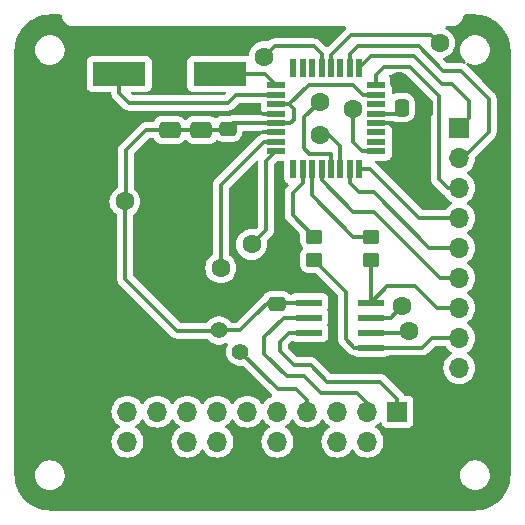
<source format=gbr>
%TF.GenerationSoftware,KiCad,Pcbnew,7.0.6*%
%TF.CreationDate,2023-09-04T00:35:45+02:00*%
%TF.ProjectId,pqunit,7071756e-6974-42e6-9b69-6361645f7063,rev?*%
%TF.SameCoordinates,Original*%
%TF.FileFunction,Copper,L2,Bot*%
%TF.FilePolarity,Positive*%
%FSLAX46Y46*%
G04 Gerber Fmt 4.6, Leading zero omitted, Abs format (unit mm)*
G04 Created by KiCad (PCBNEW 7.0.6) date 2023-09-04 00:35:45*
%MOMM*%
%LPD*%
G01*
G04 APERTURE LIST*
G04 Aperture macros list*
%AMRoundRect*
0 Rectangle with rounded corners*
0 $1 Rounding radius*
0 $2 $3 $4 $5 $6 $7 $8 $9 X,Y pos of 4 corners*
0 Add a 4 corners polygon primitive as box body*
4,1,4,$2,$3,$4,$5,$6,$7,$8,$9,$2,$3,0*
0 Add four circle primitives for the rounded corners*
1,1,$1+$1,$2,$3*
1,1,$1+$1,$4,$5*
1,1,$1+$1,$6,$7*
1,1,$1+$1,$8,$9*
0 Add four rect primitives between the rounded corners*
20,1,$1+$1,$2,$3,$4,$5,0*
20,1,$1+$1,$4,$5,$6,$7,0*
20,1,$1+$1,$6,$7,$8,$9,0*
20,1,$1+$1,$8,$9,$2,$3,0*%
G04 Aperture macros list end*
%TA.AperFunction,ComponentPad*%
%ADD10C,1.400000*%
%TD*%
%TA.AperFunction,ComponentPad*%
%ADD11R,1.700000X1.700000*%
%TD*%
%TA.AperFunction,ComponentPad*%
%ADD12O,1.700000X1.700000*%
%TD*%
%TA.AperFunction,SMDPad,CuDef*%
%ADD13RoundRect,0.250000X-0.650000X0.412500X-0.650000X-0.412500X0.650000X-0.412500X0.650000X0.412500X0*%
%TD*%
%TA.AperFunction,SMDPad,CuDef*%
%ADD14RoundRect,0.250000X-0.450000X0.350000X-0.450000X-0.350000X0.450000X-0.350000X0.450000X0.350000X0*%
%TD*%
%TA.AperFunction,SMDPad,CuDef*%
%ADD15RoundRect,0.250000X-0.475000X0.337500X-0.475000X-0.337500X0.475000X-0.337500X0.475000X0.337500X0*%
%TD*%
%TA.AperFunction,SMDPad,CuDef*%
%ADD16R,1.600000X0.550000*%
%TD*%
%TA.AperFunction,SMDPad,CuDef*%
%ADD17R,0.550000X1.600000*%
%TD*%
%TA.AperFunction,SMDPad,CuDef*%
%ADD18R,4.500000X2.000000*%
%TD*%
%TA.AperFunction,SMDPad,CuDef*%
%ADD19R,2.209800X0.609600*%
%TD*%
%TA.AperFunction,SMDPad,CuDef*%
%ADD20RoundRect,0.250000X-0.337500X-0.475000X0.337500X-0.475000X0.337500X0.475000X-0.337500X0.475000X0*%
%TD*%
%TA.AperFunction,SMDPad,CuDef*%
%ADD21RoundRect,0.250000X0.475000X-0.337500X0.475000X0.337500X-0.475000X0.337500X-0.475000X-0.337500X0*%
%TD*%
%TA.AperFunction,ViaPad*%
%ADD22C,1.600000*%
%TD*%
%TA.AperFunction,Conductor*%
%ADD23C,0.330200*%
%TD*%
G04 APERTURE END LIST*
D10*
%TO.P,JP1,1,A*%
%TO.N,+3V3*%
X139243817Y-117513117D03*
%TO.P,JP1,2,B*%
%TO.N,3V3_Bus*%
X141039868Y-119309168D03*
%TD*%
D11*
%TO.P,J1,1,SDA*%
%TO.N,RS485_SDA*%
X154350000Y-124390000D03*
D12*
%TO.P,J1,2,GND*%
%TO.N,GND*%
X154350000Y-126930000D03*
%TO.P,J1,3,SDB*%
%TO.N,RS485_SDB*%
X151810000Y-124390000D03*
%TO.P,J1,4,V1*%
%TO.N,unconnected-(J1-V1-Pad4)*%
X151810000Y-126930000D03*
%TO.P,J1,5,VBat*%
%TO.N,unconnected-(J1-VBat-Pad5)*%
X149270000Y-124390000D03*
%TO.P,J1,6,5V*%
%TO.N,unconnected-(J1-5V-Pad6)*%
X149270000Y-126930000D03*
%TO.P,J1,7,3V3*%
%TO.N,3V3_Bus*%
X146730000Y-124390000D03*
%TO.P,J1,8,GND*%
%TO.N,GND*%
X146730000Y-126930000D03*
%TO.P,J1,9,V2*%
%TO.N,unconnected-(J1-V2-Pad9)*%
X144190000Y-124390000D03*
%TO.P,J1,10,V3*%
%TO.N,unconnected-(J1-V3-Pad10)*%
X144190000Y-126930000D03*
%TO.P,J1,11,SDL*%
%TO.N,I2C_SDA*%
X141650000Y-124390000D03*
%TO.P,J1,12,GND*%
%TO.N,GND*%
X141650000Y-126930000D03*
%TO.P,J1,13,SCK*%
%TO.N,I2C_SCL*%
X139110000Y-124390000D03*
%TO.P,J1,14,S1_5V*%
%TO.N,unconnected-(J1-S1_5V-Pad14)*%
X139110000Y-126930000D03*
%TO.P,J1,15,S2_5V*%
%TO.N,unconnected-(J1-S2_5V-Pad15)*%
X136570000Y-124390000D03*
%TO.P,J1,16,S1_3V3*%
%TO.N,unconnected-(J1-S1_3V3-Pad16)*%
X136570000Y-126930000D03*
%TO.P,J1,17,S2_3V3*%
%TO.N,unconnected-(J1-S2_3V3-Pad17)*%
X134030000Y-124390000D03*
%TO.P,J1,18,GND*%
%TO.N,GND*%
X134030000Y-126930000D03*
%TO.P,J1,19,PPS*%
%TO.N,unconnected-(J1-PPS-Pad19)*%
X131490000Y-124390000D03*
%TO.P,J1,20,V4*%
%TO.N,unconnected-(J1-V4-Pad20)*%
X131490000Y-126930000D03*
%TD*%
D11*
%TO.P,J2,1,Pin_1*%
%TO.N,SPI_MISO*%
X159584100Y-100363000D03*
D12*
%TO.P,J2,2,Pin_2*%
%TO.N,SPI_MOSI*%
X159584100Y-102903000D03*
%TO.P,J2,3,Pin_3*%
%TO.N,SPI_SCK*%
X159584100Y-105443000D03*
%TO.P,J2,4,Pin_4*%
%TO.N,RS485_NRE*%
X159584100Y-107983000D03*
%TO.P,J2,5,Pin_5*%
%TO.N,RS485_DE*%
X159584100Y-110523000D03*
%TO.P,J2,6,Pin_6*%
%TO.N,MCU_NRESET*%
X159584100Y-113063000D03*
%TO.P,J2,7,Pin_7*%
%TO.N,MCU_RX*%
X159584100Y-115603000D03*
%TO.P,J2,8,Pin_8*%
%TO.N,MCU_TX*%
X159584100Y-118143000D03*
%TO.P,J2,9,Pin_9*%
%TO.N,+3V3*%
X159584100Y-120683000D03*
%TO.P,J2,10,Pin_10*%
%TO.N,GND*%
X159584100Y-123223000D03*
%TD*%
D13*
%TO.P,C1,1*%
%TO.N,+3V3*%
X137740100Y-100533200D03*
%TO.P,C1,2*%
%TO.N,GND*%
X137740100Y-103658200D03*
%TD*%
%TO.P,C2,1*%
%TO.N,+3V3*%
X135047700Y-100533200D03*
%TO.P,C2,2*%
%TO.N,GND*%
X135047700Y-103658200D03*
%TD*%
D14*
%TO.P,R4,1*%
%TO.N,Net-(U1-PD1(TXD))*%
X147290500Y-109557800D03*
%TO.P,R4,2*%
%TO.N,MCU_TX*%
X147290500Y-111557800D03*
%TD*%
D15*
%TO.P,C5,1*%
%TO.N,+3V3*%
X139975300Y-100431600D03*
%TO.P,C5,2*%
%TO.N,GND*%
X139975300Y-102506600D03*
%TD*%
D16*
%TO.P,U1,1,PD3(INT1)*%
%TO.N,RF_DIO1*%
X144068000Y-102350000D03*
%TO.P,U1,2,PD4(XCK/T0)*%
%TO.N,RF_DIO2*%
X144068000Y-101550000D03*
%TO.P,U1,3,GND*%
%TO.N,GND*%
X144068000Y-100750000D03*
%TO.P,U1,4,VCC*%
%TO.N,+3V3*%
X144068000Y-99950000D03*
%TO.P,U1,5,GND*%
%TO.N,GND*%
X144068000Y-99150000D03*
%TO.P,U1,6,VCC*%
%TO.N,+3V3*%
X144068000Y-98350000D03*
%TO.P,U1,7,PB6(XTAL1/TOSC1)*%
%TO.N,Net-(U1-PB6(XTAL1{slash}TOSC1))*%
X144068000Y-97550000D03*
%TO.P,U1,8,PB7(XTAL2/TOSC2)*%
%TO.N,Net-(U1-PB7(XTAL2{slash}TOSC2))*%
X144068000Y-96750000D03*
D17*
%TO.P,U1,9,PD5(T1)*%
%TO.N,unconnected-(U1-PD5(T1)-Pad9)*%
X145518000Y-95300000D03*
%TO.P,U1,10,PD6(AIN0)*%
%TO.N,unconnected-(U1-PD6(AIN0)-Pad10)*%
X146318000Y-95300000D03*
%TO.P,U1,11,PD7(AIN0)*%
%TO.N,unconnected-(U1-PD7(AIN0)-Pad11)*%
X147118000Y-95300000D03*
%TO.P,U1,12,PB0(ICP)*%
%TO.N,RF_NRESET*%
X147918000Y-95300000D03*
%TO.P,U1,13,PB1(OC1A)*%
%TO.N,RF_NSS*%
X148718000Y-95300000D03*
%TO.P,U1,14,PB2(SS/OC1B)*%
%TO.N,unconnected-(U1-PB2(SS{slash}OC1B)-Pad14)*%
X149518000Y-95300000D03*
%TO.P,U1,15,PB3(MOSI/OC2)*%
%TO.N,SPI_MOSI*%
X150318000Y-95300000D03*
%TO.P,U1,16,PB4(MISO)*%
%TO.N,SPI_MISO*%
X151118000Y-95300000D03*
D16*
%TO.P,U1,17,PB5(SCK)*%
%TO.N,SPI_SCK*%
X152568000Y-96750000D03*
%TO.P,U1,18,AVCC*%
%TO.N,+3V3*%
X152568000Y-97550000D03*
%TO.P,U1,19,ADC6*%
%TO.N,unconnected-(U1-ADC6-Pad19)*%
X152568000Y-98350000D03*
%TO.P,U1,20,AREF*%
%TO.N,Net-(U1-AREF)*%
X152568000Y-99150000D03*
%TO.P,U1,21,GND*%
%TO.N,GND*%
X152568000Y-99950000D03*
%TO.P,U1,22,ADC7*%
%TO.N,unconnected-(U1-ADC7-Pad22)*%
X152568000Y-100750000D03*
%TO.P,U1,23,PC0(ADC0)*%
%TO.N,unconnected-(U1-PC0(ADC0)-Pad23)*%
X152568000Y-101550000D03*
%TO.P,U1,24,PC1(ADC1)*%
%TO.N,RF_DIO0*%
X152568000Y-102350000D03*
D17*
%TO.P,U1,25,PC2(ADC2)*%
%TO.N,RS485_NRE*%
X151118000Y-103800000D03*
%TO.P,U1,26,PC3(ADC3)*%
%TO.N,RS485_DE*%
X150318000Y-103800000D03*
%TO.P,U1,27,PC4(ADC4/SDA)*%
%TO.N,I2C_SDA*%
X149518000Y-103800000D03*
%TO.P,U1,28,PC5(ADC5/SCL)*%
%TO.N,I2C_SCL*%
X148718000Y-103800000D03*
%TO.P,U1,29,PC6/~{RESET}*%
%TO.N,MCU_NRESET*%
X147918000Y-103800000D03*
%TO.P,U1,30,PD0(RXD)*%
%TO.N,Net-(U1-PD0(RXD))*%
X147118000Y-103800000D03*
%TO.P,U1,31,PD1(TXD)*%
%TO.N,Net-(U1-PD1(TXD))*%
X146318000Y-103800000D03*
%TO.P,U1,32,PD2(INT0)*%
%TO.N,unconnected-(U1-PD2(INT0)-Pad32)*%
X145518000Y-103800000D03*
%TD*%
D18*
%TO.P,Y1,2,2*%
%TO.N,Net-(U1-PB7(XTAL2{slash}TOSC2))*%
X139289500Y-95791000D03*
%TO.P,Y1,1,1*%
%TO.N,Net-(U1-PB6(XTAL1{slash}TOSC1))*%
X130789500Y-95791000D03*
%TD*%
D19*
%TO.P,U5,1,RO*%
%TO.N,MCU_RX*%
X152116500Y-115145800D03*
%TO.P,U5,2,~{RE}*%
%TO.N,RS485_NRE*%
X152116500Y-116415800D03*
%TO.P,U5,3,DE*%
%TO.N,RS485_DE*%
X152116500Y-117685800D03*
%TO.P,U5,4,DI*%
%TO.N,MCU_TX*%
X152116500Y-118955800D03*
%TO.P,U5,5,GND*%
%TO.N,GND*%
X146884100Y-118955800D03*
%TO.P,U5,6,A*%
%TO.N,RS485_SDA*%
X146884100Y-117685800D03*
%TO.P,U5,7,B*%
%TO.N,RS485_SDB*%
X146884100Y-116415800D03*
%TO.P,U5,8,VCC*%
%TO.N,+3V3*%
X146884100Y-115145800D03*
%TD*%
D20*
%TO.P,C4,2*%
%TO.N,GND*%
X156782300Y-98653600D03*
%TO.P,C4,1*%
%TO.N,Net-(U1-AREF)*%
X154707300Y-98653600D03*
%TD*%
D21*
%TO.P,C9,1*%
%TO.N,+3V3*%
X144140900Y-115268900D03*
%TO.P,C9,2*%
%TO.N,GND*%
X144140900Y-113193900D03*
%TD*%
D14*
%TO.P,R3,1*%
%TO.N,Net-(U1-PD0(RXD))*%
X152116500Y-109573800D03*
%TO.P,R3,2*%
%TO.N,MCU_RX*%
X152116500Y-111573800D03*
%TD*%
D22*
%TO.N,GND*%
X154453300Y-96418400D03*
%TO.N,+3V3*%
X131267714Y-106590614D03*
%TO.N,I2C_SDA*%
X147747700Y-100972600D03*
%TO.N,I2C_SCL*%
X147747700Y-98127800D03*
%TO.N,RF_DIO1*%
X142004500Y-110221000D03*
%TO.N,RF_DIO2*%
X139394900Y-112221000D03*
%TO.N,RF_NSS*%
X157907700Y-93167200D03*
%TO.N,RF_NRESET*%
X143074100Y-94317800D03*
%TO.N,RF_DIO0*%
X150592500Y-98737400D03*
%TO.N,RS485_NRE*%
X154758100Y-115450600D03*
%TO.N,RS485_DE*%
X155316900Y-117584200D03*
%TD*%
D23*
%TO.N,+3V3*%
X133066500Y-100533200D02*
X135047700Y-100533200D01*
X131339300Y-102260400D02*
X133066500Y-100533200D01*
X131339300Y-106519028D02*
X131339300Y-102260400D01*
X131267714Y-106590614D02*
X131339300Y-106519028D01*
X140456900Y-99950000D02*
X144068000Y-99950000D01*
X139975300Y-100431600D02*
X140456900Y-99950000D01*
X139873700Y-100533200D02*
X139975300Y-100431600D01*
X137740100Y-100533200D02*
X139873700Y-100533200D01*
X135047700Y-100533200D02*
X137740100Y-100533200D01*
%TO.N,RF_DIO2*%
X143022500Y-101550000D02*
X144068000Y-101550000D01*
X139394900Y-105177600D02*
X143022500Y-101550000D01*
X139394900Y-112221000D02*
X139394900Y-105177600D01*
%TO.N,GND*%
X153666900Y-99950000D02*
X153894500Y-100177600D01*
X152568000Y-99950000D02*
X153666900Y-99950000D01*
%TO.N,SPI_SCK*%
X152568000Y-95865300D02*
X152568000Y-96750000D01*
X153234100Y-95199200D02*
X152568000Y-95865300D01*
X155367700Y-95199200D02*
X153234100Y-95199200D01*
X157856900Y-104698800D02*
X157856900Y-97688400D01*
X158601100Y-105443000D02*
X157856900Y-104698800D01*
X157856900Y-97688400D02*
X155367700Y-95199200D01*
X159584100Y-105443000D02*
X158601100Y-105443000D01*
%TO.N,SPI_MISO*%
X152133200Y-94284800D02*
X151118000Y-95300000D01*
X158110900Y-96621600D02*
X155774100Y-94284800D01*
X160396900Y-99550200D02*
X160396900Y-98044000D01*
X155774100Y-94284800D02*
X152133200Y-94284800D01*
X159584100Y-100363000D02*
X160396900Y-99550200D01*
X160396900Y-98044000D02*
X158974500Y-96621600D01*
X158974500Y-96621600D02*
X158110900Y-96621600D01*
%TO.N,SPI_MOSI*%
X150318000Y-94094800D02*
X150318000Y-95300000D01*
X150991600Y-93421200D02*
X150318000Y-94094800D01*
X156129700Y-93421200D02*
X150991600Y-93421200D01*
X159714600Y-95532900D02*
X158241400Y-95532900D01*
X162073300Y-97891600D02*
X159714600Y-95532900D01*
X159888900Y-102903000D02*
X162073300Y-100718600D01*
X162073300Y-100718600D02*
X162073300Y-97891600D01*
X158241400Y-95532900D02*
X156129700Y-93421200D01*
X159584100Y-102903000D02*
X159888900Y-102903000D01*
%TO.N,RF_NSS*%
X148718000Y-94194800D02*
X148718000Y-95300000D01*
X150456800Y-92456000D02*
X148718000Y-94194800D01*
X157907700Y-93167200D02*
X157196500Y-92456000D01*
X157196500Y-92456000D02*
X150456800Y-92456000D01*
%TO.N,Net-(U1-AREF)*%
X154441700Y-99150000D02*
X152568000Y-99150000D01*
%TO.N,MCU_TX*%
X157247300Y-118143000D02*
X159584100Y-118143000D01*
X156434500Y-118955800D02*
X157247300Y-118143000D01*
X152116500Y-118955800D02*
X156434500Y-118955800D01*
%TO.N,MCU_RX*%
X157653700Y-115603000D02*
X159584100Y-115603000D01*
X155824900Y-113774200D02*
X157653700Y-115603000D01*
X153488100Y-113774200D02*
X155824900Y-113774200D01*
X152116500Y-115145800D02*
X153488100Y-113774200D01*
%TO.N,MCU_NRESET*%
X157907700Y-113063000D02*
X159584100Y-113063000D01*
X152319700Y-107475000D02*
X157907700Y-113063000D01*
X150592500Y-107475000D02*
X152319700Y-107475000D01*
X147918000Y-104800500D02*
X150592500Y-107475000D01*
X147918000Y-103800000D02*
X147918000Y-104800500D01*
%TO.N,RS485_DE*%
X157044100Y-110523000D02*
X159584100Y-110523000D01*
X152319700Y-105798600D02*
X157044100Y-110523000D01*
X151111400Y-105798600D02*
X152319700Y-105798600D01*
X150318000Y-103800000D02*
X150318000Y-105005200D01*
%TO.N,RS485_NRE*%
X151118000Y-103800000D02*
X151997500Y-103800000D01*
X151997500Y-103800000D02*
X156180500Y-107983000D01*
%TO.N,RS485_DE*%
X150318000Y-105005200D02*
X151111400Y-105798600D01*
%TO.N,RS485_NRE*%
X156180500Y-107983000D02*
X159584100Y-107983000D01*
%TO.N,I2C_SCL*%
X148658100Y-102534900D02*
X148718000Y-102594800D01*
X148718000Y-102594800D02*
X148718000Y-103800000D01*
X146426900Y-102090200D02*
X146871600Y-102534900D01*
X146426900Y-99448600D02*
X146426900Y-102090200D01*
X147747700Y-98127800D02*
X146426900Y-99448600D01*
X146871600Y-102534900D02*
X148658100Y-102534900D01*
%TO.N,I2C_SDA*%
X149518000Y-101930100D02*
X149518000Y-103800000D01*
X148560500Y-100972600D02*
X149518000Y-101930100D01*
X147747700Y-100972600D02*
X148560500Y-100972600D01*
%TO.N,RS485_NRE*%
X154758100Y-115450600D02*
X153792900Y-116415800D01*
X153792900Y-116415800D02*
X152116500Y-116415800D01*
%TO.N,RS485_DE*%
X155215300Y-117685800D02*
X152116500Y-117685800D01*
X155316900Y-117584200D02*
X155215300Y-117685800D01*
%TO.N,RS485_SDA*%
X154350000Y-123322900D02*
X154350000Y-124390000D01*
X148408100Y-121851400D02*
X152878500Y-121851400D01*
X146985700Y-120429000D02*
X148408100Y-121851400D01*
X144394900Y-119260600D02*
X145563300Y-120429000D01*
X145563300Y-120429000D02*
X146985700Y-120429000D01*
X144394900Y-118447800D02*
X144394900Y-119260600D01*
X152878500Y-121851400D02*
X154350000Y-123322900D01*
X145156900Y-117685800D02*
X144394900Y-118447800D01*
X146884100Y-117685800D02*
X145156900Y-117685800D01*
%TO.N,RS485_SDB*%
X151810000Y-123678500D02*
X151810000Y-124390000D01*
X150948100Y-122816600D02*
X151810000Y-123678500D01*
X147849300Y-122816600D02*
X150948100Y-122816600D01*
X146426900Y-121394200D02*
X147849300Y-122816600D01*
X143074100Y-119514600D02*
X144953700Y-121394200D01*
X144953700Y-121394200D02*
X146426900Y-121394200D01*
X143074100Y-118092200D02*
X143074100Y-119514600D01*
X144750500Y-116415800D02*
X143074100Y-118092200D01*
X146884100Y-116415800D02*
X144750500Y-116415800D01*
%TO.N,GND*%
X144068000Y-99150000D02*
X142927900Y-99150000D01*
X142927900Y-99150000D02*
X142921700Y-99143800D01*
X144068000Y-100750000D02*
X142921700Y-100750000D01*
%TO.N,+3V3*%
X146817800Y-96705400D02*
X145173200Y-98350000D01*
X135657300Y-117533400D02*
X139223534Y-117533400D01*
X131288500Y-113164600D02*
X135657300Y-117533400D01*
X141011583Y-117513117D02*
X142312100Y-116212600D01*
X151462800Y-97550000D02*
X150618200Y-96705400D01*
X145563300Y-99651800D02*
X145265100Y-99950000D01*
X145563300Y-98740100D02*
X145563300Y-99651800D01*
X131288500Y-106611400D02*
X131288500Y-113164600D01*
X145173200Y-98350000D02*
X145563300Y-98740100D01*
X139223534Y-117533400D02*
X139243817Y-117513117D01*
X131267714Y-106590614D02*
X131288500Y-106611400D01*
X145173200Y-98350000D02*
X144068000Y-98350000D01*
X143430800Y-115093900D02*
X144140900Y-115093900D01*
X144242500Y-115145800D02*
X146884100Y-115145800D01*
X152568000Y-97550000D02*
X151462800Y-97550000D01*
X150618200Y-96705400D02*
X146817800Y-96705400D01*
X145265100Y-99950000D02*
X144068000Y-99950000D01*
X142210500Y-116314200D02*
X143430800Y-115093900D01*
X139243817Y-117513117D02*
X141011583Y-117513117D01*
%TO.N,MCU_TX*%
X147290500Y-111557800D02*
X149982900Y-114250200D01*
X150694100Y-118955800D02*
X152116500Y-118955800D01*
X149982900Y-118244600D02*
X150694100Y-118955800D01*
X149982900Y-114250200D02*
X149982900Y-118244600D01*
%TO.N,MCU_RX*%
X152116500Y-111573800D02*
X152116500Y-115145800D01*
%TO.N,Net-(U1-PD0(RXD))*%
X147118000Y-106083300D02*
X147118000Y-103800000D01*
X152116500Y-109573800D02*
X150608500Y-109573800D01*
X150608500Y-109573800D02*
X147118000Y-106083300D01*
%TO.N,Net-(U1-PD1(TXD))*%
X147290500Y-109557800D02*
X145461700Y-107729000D01*
X146318000Y-105005200D02*
X146318000Y-103800000D01*
X145461700Y-105861500D02*
X146318000Y-105005200D01*
X145461700Y-107729000D02*
X145461700Y-105861500D01*
%TO.N,RF_DIO1*%
X142004500Y-110221000D02*
X143226500Y-108999000D01*
X143226500Y-103191500D02*
X144068000Y-102350000D01*
X143226500Y-108999000D02*
X143226500Y-103191500D01*
%TO.N,Net-(U1-PB6(XTAL1{slash}TOSC1))*%
X140026100Y-98229400D02*
X131593300Y-98229400D01*
X130789500Y-97425600D02*
X130789500Y-95791000D01*
X131593300Y-98229400D02*
X130789500Y-97425600D01*
X144068000Y-97550000D02*
X140705500Y-97550000D01*
X140705500Y-97550000D02*
X140026100Y-98229400D01*
%TO.N,Net-(U1-PB7(XTAL2{slash}TOSC2))*%
X144068000Y-96750000D02*
X143109000Y-95791000D01*
X143109000Y-95791000D02*
X139289500Y-95791000D01*
%TO.N,RF_NRESET*%
X143937700Y-93454200D02*
X147277400Y-93454200D01*
X147918000Y-94094800D02*
X147918000Y-95300000D01*
X147277400Y-93454200D02*
X147918000Y-94094800D01*
X143074100Y-94317800D02*
X143937700Y-93454200D01*
%TO.N,RF_DIO0*%
X150592500Y-101579700D02*
X151362800Y-102350000D01*
X150592500Y-98737400D02*
X150592500Y-101579700D01*
X151362800Y-102350000D02*
X152568000Y-102350000D01*
%TO.N,3V3_Bus*%
X144191700Y-122461000D02*
X141039868Y-119309168D01*
X146730000Y-123424500D02*
X145766500Y-122461000D01*
X145766500Y-122461000D02*
X144191700Y-122461000D01*
X146730000Y-124390000D02*
X146730000Y-123424500D01*
%TD*%
%TA.AperFunction,Conductor*%
%TO.N,GND*%
G36*
X125867145Y-90780185D02*
G01*
X125912900Y-90832989D01*
X125922222Y-90862969D01*
X125930628Y-90910646D01*
X125929311Y-90922448D01*
X125936343Y-90945629D01*
X125938072Y-90952866D01*
X125949899Y-91019940D01*
X125978162Y-91097592D01*
X125978991Y-91110639D01*
X125987128Y-91125862D01*
X125994292Y-91141905D01*
X126009776Y-91184448D01*
X126009777Y-91184449D01*
X126058578Y-91268974D01*
X126062055Y-91283309D01*
X126071792Y-91295173D01*
X126083326Y-91311838D01*
X126097307Y-91336053D01*
X126100414Y-91340491D01*
X126100038Y-91340754D01*
X126109371Y-91354560D01*
X126111254Y-91358082D01*
X126129702Y-91374661D01*
X126168914Y-91421393D01*
X126175484Y-91436406D01*
X126185928Y-91444977D01*
X126202254Y-91461126D01*
X126209837Y-91470163D01*
X126218872Y-91477744D01*
X126235020Y-91494070D01*
X126239146Y-91499098D01*
X126258606Y-91511085D01*
X126305337Y-91550297D01*
X126315234Y-91565172D01*
X126325438Y-91570627D01*
X126339245Y-91579961D01*
X126339509Y-91579586D01*
X126343945Y-91582692D01*
X126368163Y-91596675D01*
X126384824Y-91608206D01*
X126391770Y-91613906D01*
X126411025Y-91621421D01*
X126495547Y-91670221D01*
X126495551Y-91670222D01*
X126495555Y-91670225D01*
X126538103Y-91685711D01*
X126554143Y-91692874D01*
X126564334Y-91698321D01*
X126582407Y-91701836D01*
X126660062Y-91730101D01*
X126727145Y-91741929D01*
X126734379Y-91743657D01*
X126752543Y-91749167D01*
X126769350Y-91749370D01*
X126832468Y-91760500D01*
X126832472Y-91760500D01*
X126922041Y-91760500D01*
X126928121Y-91760799D01*
X126964302Y-91764362D01*
X126987096Y-91760500D01*
X149908210Y-91760500D01*
X149975249Y-91780185D01*
X150021004Y-91832989D01*
X150030948Y-91902147D01*
X150001923Y-91965703D01*
X150001022Y-91966731D01*
X149973157Y-91998182D01*
X149970591Y-92000908D01*
X148455681Y-93515817D01*
X148394358Y-93549302D01*
X148324666Y-93544318D01*
X148280319Y-93515817D01*
X147896858Y-93132357D01*
X147763577Y-92999076D01*
X147761026Y-92996365D01*
X147748608Y-92982348D01*
X147722016Y-92952332D01*
X147710637Y-92944478D01*
X147673594Y-92918907D01*
X147670578Y-92916688D01*
X147624272Y-92880410D01*
X147624270Y-92880409D01*
X147624269Y-92880408D01*
X147624265Y-92880406D01*
X147624263Y-92880405D01*
X147615997Y-92876684D01*
X147596457Y-92865663D01*
X147588991Y-92860510D01*
X147588992Y-92860510D01*
X147533977Y-92839645D01*
X147530517Y-92838212D01*
X147476875Y-92814070D01*
X147476876Y-92814070D01*
X147467947Y-92812434D01*
X147446337Y-92806409D01*
X147437861Y-92803194D01*
X147437856Y-92803193D01*
X147379437Y-92796099D01*
X147375736Y-92795536D01*
X147317886Y-92784935D01*
X147317879Y-92784935D01*
X147259157Y-92788487D01*
X147255413Y-92788600D01*
X143959692Y-92788600D01*
X143955948Y-92788487D01*
X143897220Y-92784935D01*
X143897213Y-92784935D01*
X143858258Y-92792073D01*
X143839353Y-92795537D01*
X143835664Y-92796099D01*
X143777241Y-92803193D01*
X143768757Y-92806411D01*
X143747153Y-92812433D01*
X143738234Y-92814067D01*
X143738227Y-92814070D01*
X143684574Y-92838216D01*
X143681115Y-92839649D01*
X143626107Y-92860510D01*
X143626106Y-92860511D01*
X143618646Y-92865661D01*
X143599104Y-92876683D01*
X143590832Y-92880406D01*
X143590828Y-92880408D01*
X143544507Y-92916697D01*
X143541494Y-92918914D01*
X143493084Y-92952331D01*
X143454066Y-92996372D01*
X143451499Y-92999098D01*
X143444195Y-93006402D01*
X143382872Y-93039887D01*
X143324422Y-93038496D01*
X143300797Y-93032166D01*
X143300793Y-93032165D01*
X143300792Y-93032165D01*
X143187445Y-93022248D01*
X143074101Y-93012332D01*
X143074098Y-93012332D01*
X142847413Y-93032164D01*
X142847402Y-93032166D01*
X142627611Y-93091058D01*
X142627602Y-93091061D01*
X142421367Y-93187231D01*
X142421365Y-93187232D01*
X142234958Y-93317754D01*
X142074054Y-93478658D01*
X141943532Y-93665065D01*
X141943531Y-93665067D01*
X141847361Y-93871302D01*
X141847358Y-93871311D01*
X141788466Y-94091102D01*
X141788464Y-94091112D01*
X141780332Y-94184059D01*
X141754879Y-94249127D01*
X141698287Y-94290105D01*
X141643550Y-94296539D01*
X141587373Y-94290500D01*
X141587365Y-94290500D01*
X136991629Y-94290500D01*
X136991623Y-94290501D01*
X136932016Y-94296908D01*
X136797171Y-94347202D01*
X136797164Y-94347206D01*
X136681955Y-94433452D01*
X136681952Y-94433455D01*
X136595706Y-94548664D01*
X136595702Y-94548671D01*
X136545408Y-94683517D01*
X136541314Y-94721600D01*
X136539001Y-94743123D01*
X136539000Y-94743135D01*
X136539000Y-96838870D01*
X136539001Y-96838876D01*
X136545408Y-96898483D01*
X136595702Y-97033328D01*
X136595706Y-97033335D01*
X136681952Y-97148544D01*
X136681955Y-97148547D01*
X136797164Y-97234793D01*
X136797171Y-97234797D01*
X136932017Y-97285091D01*
X136932016Y-97285091D01*
X136938944Y-97285835D01*
X136991627Y-97291500D01*
X139723337Y-97291499D01*
X139790376Y-97311184D01*
X139836131Y-97363987D01*
X139846075Y-97433146D01*
X139817050Y-97496702D01*
X139811020Y-97503178D01*
X139786720Y-97527479D01*
X139725398Y-97560966D01*
X139699037Y-97563800D01*
X131920363Y-97563800D01*
X131853324Y-97544115D01*
X131832682Y-97527481D01*
X131808381Y-97503180D01*
X131774896Y-97441857D01*
X131779880Y-97372165D01*
X131821752Y-97316232D01*
X131887216Y-97291815D01*
X131896062Y-97291499D01*
X133087371Y-97291499D01*
X133087372Y-97291499D01*
X133146983Y-97285091D01*
X133281831Y-97234796D01*
X133397046Y-97148546D01*
X133483296Y-97033331D01*
X133533591Y-96898483D01*
X133540000Y-96838873D01*
X133539999Y-94743128D01*
X133533591Y-94683517D01*
X133526801Y-94665313D01*
X133483297Y-94548671D01*
X133483293Y-94548664D01*
X133397047Y-94433455D01*
X133397044Y-94433452D01*
X133281835Y-94347206D01*
X133281828Y-94347202D01*
X133146982Y-94296908D01*
X133146983Y-94296908D01*
X133087383Y-94290501D01*
X133087381Y-94290500D01*
X133087373Y-94290500D01*
X133087364Y-94290500D01*
X128491629Y-94290500D01*
X128491623Y-94290501D01*
X128432016Y-94296908D01*
X128297171Y-94347202D01*
X128297164Y-94347206D01*
X128181955Y-94433452D01*
X128181952Y-94433455D01*
X128095706Y-94548664D01*
X128095702Y-94548671D01*
X128045408Y-94683517D01*
X128041314Y-94721600D01*
X128039001Y-94743123D01*
X128039000Y-94743135D01*
X128039000Y-96838870D01*
X128039001Y-96838876D01*
X128045408Y-96898483D01*
X128095702Y-97033328D01*
X128095706Y-97033335D01*
X128181952Y-97148544D01*
X128181955Y-97148547D01*
X128297164Y-97234793D01*
X128297171Y-97234797D01*
X128432017Y-97285091D01*
X128432016Y-97285091D01*
X128438944Y-97285835D01*
X128491627Y-97291500D01*
X129999067Y-97291499D01*
X130066106Y-97311184D01*
X130111861Y-97363987D01*
X130122841Y-97422984D01*
X130120234Y-97466078D01*
X130120235Y-97466083D01*
X130130836Y-97523936D01*
X130131399Y-97527637D01*
X130138493Y-97586056D01*
X130138494Y-97586061D01*
X130141709Y-97594537D01*
X130147734Y-97616147D01*
X130149370Y-97625075D01*
X130173512Y-97678717D01*
X130174945Y-97682177D01*
X130195810Y-97737191D01*
X130200963Y-97744657D01*
X130211984Y-97764197D01*
X130215705Y-97772463D01*
X130215710Y-97772472D01*
X130251988Y-97818778D01*
X130254207Y-97821794D01*
X130279778Y-97858837D01*
X130287632Y-97870216D01*
X130331665Y-97909226D01*
X130334376Y-97911777D01*
X130742299Y-98319700D01*
X131107097Y-98684498D01*
X131109664Y-98687224D01*
X131148684Y-98731268D01*
X131197091Y-98764681D01*
X131200107Y-98766900D01*
X131246431Y-98803193D01*
X131248703Y-98804215D01*
X131254696Y-98806913D01*
X131274251Y-98817941D01*
X131281708Y-98823089D01*
X131336715Y-98843950D01*
X131340172Y-98845382D01*
X131393824Y-98869529D01*
X131393825Y-98869529D01*
X131393827Y-98869530D01*
X131402742Y-98871163D01*
X131424364Y-98877191D01*
X131432841Y-98880406D01*
X131491252Y-98887498D01*
X131494956Y-98888062D01*
X131509040Y-98890642D01*
X131552817Y-98898665D01*
X131552818Y-98898664D01*
X131552819Y-98898665D01*
X131611547Y-98895113D01*
X131615291Y-98895000D01*
X140004113Y-98895000D01*
X140007857Y-98895113D01*
X140066580Y-98898665D01*
X140066580Y-98898664D01*
X140066583Y-98898665D01*
X140124457Y-98888059D01*
X140128149Y-98887498D01*
X140142332Y-98885775D01*
X140186559Y-98880406D01*
X140195040Y-98877189D01*
X140216655Y-98871163D01*
X140225573Y-98869530D01*
X140279265Y-98845364D01*
X140282651Y-98843962D01*
X140337692Y-98823089D01*
X140345150Y-98817940D01*
X140364706Y-98806911D01*
X140367731Y-98805549D01*
X140372969Y-98803192D01*
X140419302Y-98766891D01*
X140422267Y-98764709D01*
X140470716Y-98731268D01*
X140509736Y-98687222D01*
X140512270Y-98684529D01*
X140944880Y-98251918D01*
X141006204Y-98218434D01*
X141032562Y-98215600D01*
X142643500Y-98215600D01*
X142710539Y-98235285D01*
X142756294Y-98288089D01*
X142767500Y-98339600D01*
X142767500Y-98672869D01*
X142767501Y-98672876D01*
X142773908Y-98732483D01*
X142824202Y-98867328D01*
X142824206Y-98867335D01*
X142910451Y-98982543D01*
X142910452Y-98982544D01*
X142910454Y-98982546D01*
X143001541Y-99050734D01*
X143043411Y-99106666D01*
X143048395Y-99176358D01*
X143014910Y-99237681D01*
X143001543Y-99249263D01*
X142987650Y-99259664D01*
X142922187Y-99284084D01*
X142913336Y-99284400D01*
X140478887Y-99284400D01*
X140475143Y-99284287D01*
X140416420Y-99280735D01*
X140416413Y-99280735D01*
X140377458Y-99287873D01*
X140358553Y-99291337D01*
X140354864Y-99291899D01*
X140296441Y-99298993D01*
X140287957Y-99302211D01*
X140266353Y-99308233D01*
X140257434Y-99309867D01*
X140257423Y-99309871D01*
X140206752Y-99332676D01*
X140155862Y-99343600D01*
X139450298Y-99343600D01*
X139450280Y-99343601D01*
X139347503Y-99354100D01*
X139347500Y-99354101D01*
X139180968Y-99409285D01*
X139180963Y-99409287D01*
X139031644Y-99501388D01*
X139018476Y-99514556D01*
X138957152Y-99548039D01*
X138887460Y-99543053D01*
X138865564Y-99530708D01*
X138864903Y-99531780D01*
X138858757Y-99527989D01*
X138858756Y-99527988D01*
X138735760Y-99452124D01*
X138709436Y-99435887D01*
X138709431Y-99435885D01*
X138641672Y-99413432D01*
X138542897Y-99380701D01*
X138542895Y-99380700D01*
X138440110Y-99370200D01*
X137040098Y-99370200D01*
X137040081Y-99370201D01*
X136937303Y-99380700D01*
X136937300Y-99380701D01*
X136770768Y-99435885D01*
X136770763Y-99435887D01*
X136621442Y-99527989D01*
X136497388Y-99652043D01*
X136492907Y-99657711D01*
X136491064Y-99656253D01*
X136447480Y-99695449D01*
X136378516Y-99706664D01*
X136314437Y-99678815D01*
X136295639Y-99657120D01*
X136294893Y-99657711D01*
X136290411Y-99652043D01*
X136166357Y-99527989D01*
X136166356Y-99527988D01*
X136043360Y-99452124D01*
X136017036Y-99435887D01*
X136017031Y-99435885D01*
X135949272Y-99413432D01*
X135850497Y-99380701D01*
X135850495Y-99380700D01*
X135747710Y-99370200D01*
X134347698Y-99370200D01*
X134347681Y-99370201D01*
X134244903Y-99380700D01*
X134244900Y-99380701D01*
X134078368Y-99435885D01*
X134078363Y-99435887D01*
X133929042Y-99527989D01*
X133804989Y-99652042D01*
X133791613Y-99673728D01*
X133724495Y-99782546D01*
X133709095Y-99807513D01*
X133706603Y-99805976D01*
X133669222Y-99848439D01*
X133603004Y-99867600D01*
X133088492Y-99867600D01*
X133084748Y-99867487D01*
X133026020Y-99863934D01*
X133026012Y-99863935D01*
X132968158Y-99874537D01*
X132964456Y-99875100D01*
X132906039Y-99882194D01*
X132906037Y-99882194D01*
X132897554Y-99885411D01*
X132875956Y-99891432D01*
X132867029Y-99893068D01*
X132867026Y-99893069D01*
X132813376Y-99917214D01*
X132809919Y-99918646D01*
X132754910Y-99939509D01*
X132754908Y-99939510D01*
X132747437Y-99944667D01*
X132727907Y-99955681D01*
X132719631Y-99959407D01*
X132719629Y-99959408D01*
X132673309Y-99995697D01*
X132670293Y-99997916D01*
X132621889Y-100031327D01*
X132621881Y-100031334D01*
X132582858Y-100075381D01*
X132580291Y-100078107D01*
X130884199Y-101774198D01*
X130881473Y-101776765D01*
X130837430Y-101815784D01*
X130804011Y-101864199D01*
X130801792Y-101867215D01*
X130765507Y-101913530D01*
X130761783Y-101921805D01*
X130750767Y-101941337D01*
X130745611Y-101948806D01*
X130745611Y-101948807D01*
X130724746Y-102003820D01*
X130723314Y-102007278D01*
X130699171Y-102060924D01*
X130699167Y-102060934D01*
X130697533Y-102069853D01*
X130691511Y-102091457D01*
X130688293Y-102099941D01*
X130681199Y-102158364D01*
X130680636Y-102162065D01*
X130670035Y-102219913D01*
X130670035Y-102219917D01*
X130673587Y-102278642D01*
X130673700Y-102282386D01*
X130673700Y-105354552D01*
X130654015Y-105421591D01*
X130618432Y-105455538D01*
X130619415Y-105456941D01*
X130614981Y-105460045D01*
X130614980Y-105460046D01*
X130605276Y-105466841D01*
X130428572Y-105590568D01*
X130267668Y-105751472D01*
X130137146Y-105937879D01*
X130137145Y-105937881D01*
X130040975Y-106144116D01*
X130040972Y-106144125D01*
X129982080Y-106363916D01*
X129982078Y-106363927D01*
X129962246Y-106590612D01*
X129962246Y-106590615D01*
X129982078Y-106817300D01*
X129982080Y-106817311D01*
X130040972Y-107037102D01*
X130040975Y-107037111D01*
X130137145Y-107243346D01*
X130137146Y-107243348D01*
X130267668Y-107429755D01*
X130428572Y-107590659D01*
X130570023Y-107689703D01*
X130613648Y-107744279D01*
X130622900Y-107791278D01*
X130622900Y-113142612D01*
X130622787Y-113146356D01*
X130619235Y-113205079D01*
X130619235Y-113205083D01*
X130629836Y-113262936D01*
X130630399Y-113266637D01*
X130637493Y-113325056D01*
X130637494Y-113325061D01*
X130640709Y-113333537D01*
X130646734Y-113355147D01*
X130648370Y-113364075D01*
X130672512Y-113417717D01*
X130673945Y-113421177D01*
X130694810Y-113476191D01*
X130699963Y-113483657D01*
X130710984Y-113503197D01*
X130714705Y-113511463D01*
X130714710Y-113511472D01*
X130750988Y-113557778D01*
X130753207Y-113560794D01*
X130778778Y-113597837D01*
X130786632Y-113609216D01*
X130827177Y-113645136D01*
X130830665Y-113648226D01*
X130833376Y-113650777D01*
X133021002Y-115838403D01*
X135171097Y-117988498D01*
X135173664Y-117991224D01*
X135212684Y-118035268D01*
X135261097Y-118068685D01*
X135264114Y-118070905D01*
X135296335Y-118096149D01*
X135310431Y-118107192D01*
X135318694Y-118110911D01*
X135338247Y-118121939D01*
X135345706Y-118127088D01*
X135345707Y-118127088D01*
X135345708Y-118127089D01*
X135400732Y-118147956D01*
X135404170Y-118149381D01*
X135457827Y-118173530D01*
X135466742Y-118175163D01*
X135488364Y-118181191D01*
X135496841Y-118184406D01*
X135555252Y-118191498D01*
X135558956Y-118192062D01*
X135573040Y-118194642D01*
X135616817Y-118202665D01*
X135616818Y-118202664D01*
X135616819Y-118202665D01*
X135675543Y-118199113D01*
X135679287Y-118199000D01*
X138195674Y-118199000D01*
X138262713Y-118218685D01*
X138294628Y-118248273D01*
X138352836Y-118325353D01*
X138352840Y-118325357D01*
X138352842Y-118325359D01*
X138517254Y-118475240D01*
X138517256Y-118475242D01*
X138706412Y-118592362D01*
X138706413Y-118592362D01*
X138706416Y-118592364D01*
X138913877Y-118672735D01*
X139132574Y-118713617D01*
X139132576Y-118713617D01*
X139355058Y-118713617D01*
X139355060Y-118713617D01*
X139573757Y-118672735D01*
X139781218Y-118592364D01*
X139807507Y-118576086D01*
X139874865Y-118557530D01*
X139941565Y-118578337D01*
X139986427Y-118631902D01*
X139995208Y-118701217D01*
X139983784Y-118736784D01*
X139915645Y-118873624D01*
X139915637Y-118873644D01*
X139854753Y-119087630D01*
X139854752Y-119087632D01*
X139834225Y-119309167D01*
X139834225Y-119309168D01*
X139854752Y-119530703D01*
X139854753Y-119530705D01*
X139915637Y-119744691D01*
X139915643Y-119744706D01*
X140014806Y-119943851D01*
X140014811Y-119943859D01*
X140148888Y-120121406D01*
X140313305Y-120271291D01*
X140313307Y-120271293D01*
X140502463Y-120388413D01*
X140502464Y-120388413D01*
X140502467Y-120388415D01*
X140709928Y-120468786D01*
X140928625Y-120509668D01*
X140928627Y-120509668D01*
X141151110Y-120509668D01*
X141151111Y-120509668D01*
X141211517Y-120498375D01*
X141281028Y-120505404D01*
X141321981Y-120532582D01*
X143705505Y-122916105D01*
X143708057Y-122918817D01*
X143726889Y-122940074D01*
X143756611Y-123003307D01*
X143747427Y-123072570D01*
X143702255Y-123125874D01*
X143686479Y-123134683D01*
X143512171Y-123215964D01*
X143512169Y-123215965D01*
X143318597Y-123351505D01*
X143151505Y-123518597D01*
X143021575Y-123704158D01*
X142966998Y-123747783D01*
X142897500Y-123754977D01*
X142835145Y-123723454D01*
X142818425Y-123704158D01*
X142688494Y-123518597D01*
X142521402Y-123351506D01*
X142521395Y-123351501D01*
X142327834Y-123215967D01*
X142327830Y-123215965D01*
X142286143Y-123196526D01*
X142113663Y-123116097D01*
X142113659Y-123116096D01*
X142113655Y-123116094D01*
X141885413Y-123054938D01*
X141885403Y-123054936D01*
X141650001Y-123034341D01*
X141649999Y-123034341D01*
X141414596Y-123054936D01*
X141414586Y-123054938D01*
X141186344Y-123116094D01*
X141186335Y-123116098D01*
X140972171Y-123215964D01*
X140972169Y-123215965D01*
X140778597Y-123351505D01*
X140611505Y-123518597D01*
X140481575Y-123704158D01*
X140426998Y-123747783D01*
X140357500Y-123754977D01*
X140295145Y-123723454D01*
X140278425Y-123704158D01*
X140148494Y-123518597D01*
X139981402Y-123351506D01*
X139981395Y-123351501D01*
X139787834Y-123215967D01*
X139787830Y-123215965D01*
X139746143Y-123196526D01*
X139573663Y-123116097D01*
X139573659Y-123116096D01*
X139573655Y-123116094D01*
X139345413Y-123054938D01*
X139345403Y-123054936D01*
X139110001Y-123034341D01*
X139109999Y-123034341D01*
X138874596Y-123054936D01*
X138874586Y-123054938D01*
X138646344Y-123116094D01*
X138646335Y-123116098D01*
X138432171Y-123215964D01*
X138432169Y-123215965D01*
X138238597Y-123351505D01*
X138071505Y-123518597D01*
X137941575Y-123704158D01*
X137886998Y-123747783D01*
X137817500Y-123754977D01*
X137755145Y-123723454D01*
X137738425Y-123704158D01*
X137608494Y-123518597D01*
X137441402Y-123351506D01*
X137441395Y-123351501D01*
X137247834Y-123215967D01*
X137247830Y-123215965D01*
X137206143Y-123196526D01*
X137033663Y-123116097D01*
X137033659Y-123116096D01*
X137033655Y-123116094D01*
X136805413Y-123054938D01*
X136805403Y-123054936D01*
X136570001Y-123034341D01*
X136569999Y-123034341D01*
X136334596Y-123054936D01*
X136334586Y-123054938D01*
X136106344Y-123116094D01*
X136106335Y-123116098D01*
X135892171Y-123215964D01*
X135892169Y-123215965D01*
X135698597Y-123351505D01*
X135531508Y-123518594D01*
X135401574Y-123704159D01*
X135346997Y-123747784D01*
X135277498Y-123754976D01*
X135215144Y-123723454D01*
X135198424Y-123704158D01*
X135068494Y-123518597D01*
X134901402Y-123351506D01*
X134901395Y-123351501D01*
X134707834Y-123215967D01*
X134707830Y-123215965D01*
X134666143Y-123196526D01*
X134493663Y-123116097D01*
X134493659Y-123116096D01*
X134493655Y-123116094D01*
X134265413Y-123054938D01*
X134265403Y-123054936D01*
X134030001Y-123034341D01*
X134029999Y-123034341D01*
X133794596Y-123054936D01*
X133794586Y-123054938D01*
X133566344Y-123116094D01*
X133566335Y-123116098D01*
X133352171Y-123215964D01*
X133352169Y-123215965D01*
X133158597Y-123351505D01*
X132991505Y-123518597D01*
X132861575Y-123704158D01*
X132806998Y-123747783D01*
X132737500Y-123754977D01*
X132675145Y-123723454D01*
X132658425Y-123704158D01*
X132528494Y-123518597D01*
X132361402Y-123351506D01*
X132361395Y-123351501D01*
X132167834Y-123215967D01*
X132167830Y-123215965D01*
X132126143Y-123196526D01*
X131953663Y-123116097D01*
X131953659Y-123116096D01*
X131953655Y-123116094D01*
X131725413Y-123054938D01*
X131725403Y-123054936D01*
X131490001Y-123034341D01*
X131489999Y-123034341D01*
X131254596Y-123054936D01*
X131254586Y-123054938D01*
X131026344Y-123116094D01*
X131026335Y-123116098D01*
X130812171Y-123215964D01*
X130812169Y-123215965D01*
X130618597Y-123351505D01*
X130451505Y-123518597D01*
X130315965Y-123712169D01*
X130315964Y-123712171D01*
X130216098Y-123926335D01*
X130216094Y-123926344D01*
X130154938Y-124154586D01*
X130154936Y-124154596D01*
X130134341Y-124389999D01*
X130134341Y-124390000D01*
X130154936Y-124625403D01*
X130154938Y-124625413D01*
X130216094Y-124853655D01*
X130216096Y-124853659D01*
X130216097Y-124853663D01*
X130220000Y-124862032D01*
X130315965Y-125067830D01*
X130315967Y-125067834D01*
X130424281Y-125222521D01*
X130451501Y-125261396D01*
X130451506Y-125261402D01*
X130618597Y-125428493D01*
X130618603Y-125428498D01*
X130804158Y-125558425D01*
X130847783Y-125613002D01*
X130854977Y-125682500D01*
X130823454Y-125744855D01*
X130804158Y-125761575D01*
X130618597Y-125891505D01*
X130451505Y-126058597D01*
X130315965Y-126252169D01*
X130315964Y-126252171D01*
X130216098Y-126466335D01*
X130216094Y-126466344D01*
X130154938Y-126694586D01*
X130154936Y-126694596D01*
X130134341Y-126929999D01*
X130134341Y-126930000D01*
X130154936Y-127165403D01*
X130154938Y-127165413D01*
X130216094Y-127393655D01*
X130216096Y-127393659D01*
X130216097Y-127393663D01*
X130220000Y-127402032D01*
X130315965Y-127607830D01*
X130315967Y-127607834D01*
X130424281Y-127762521D01*
X130451505Y-127801401D01*
X130618599Y-127968495D01*
X130715384Y-128036264D01*
X130812165Y-128104032D01*
X130812167Y-128104033D01*
X130812170Y-128104035D01*
X131026337Y-128203903D01*
X131254592Y-128265063D01*
X131442918Y-128281539D01*
X131489999Y-128285659D01*
X131490000Y-128285659D01*
X131490001Y-128285659D01*
X131529234Y-128282226D01*
X131725408Y-128265063D01*
X131953663Y-128203903D01*
X132167830Y-128104035D01*
X132361401Y-127968495D01*
X132528495Y-127801401D01*
X132664035Y-127607830D01*
X132763903Y-127393663D01*
X132825063Y-127165408D01*
X132845659Y-126930000D01*
X132825063Y-126694592D01*
X132763903Y-126466337D01*
X132664035Y-126252171D01*
X132658425Y-126244158D01*
X132528494Y-126058597D01*
X132361402Y-125891506D01*
X132361396Y-125891501D01*
X132175842Y-125761575D01*
X132132217Y-125706998D01*
X132125023Y-125637500D01*
X132156546Y-125575145D01*
X132175842Y-125558425D01*
X132198026Y-125542891D01*
X132361401Y-125428495D01*
X132528495Y-125261401D01*
X132658424Y-125075842D01*
X132713002Y-125032217D01*
X132782500Y-125025023D01*
X132844855Y-125056546D01*
X132861575Y-125075842D01*
X132991500Y-125261395D01*
X132991505Y-125261401D01*
X133158599Y-125428495D01*
X133255384Y-125496264D01*
X133352165Y-125564032D01*
X133352167Y-125564033D01*
X133352170Y-125564035D01*
X133566337Y-125663903D01*
X133794592Y-125725063D01*
X133971034Y-125740500D01*
X134029999Y-125745659D01*
X134030000Y-125745659D01*
X134030001Y-125745659D01*
X134088966Y-125740500D01*
X134265408Y-125725063D01*
X134493663Y-125663903D01*
X134707830Y-125564035D01*
X134901401Y-125428495D01*
X135068495Y-125261401D01*
X135198424Y-125075842D01*
X135253002Y-125032217D01*
X135322500Y-125025023D01*
X135384855Y-125056546D01*
X135401575Y-125075842D01*
X135531501Y-125261396D01*
X135531506Y-125261402D01*
X135698597Y-125428493D01*
X135698603Y-125428498D01*
X135884158Y-125558425D01*
X135927783Y-125613002D01*
X135934977Y-125682500D01*
X135903454Y-125744855D01*
X135884158Y-125761575D01*
X135698597Y-125891505D01*
X135531505Y-126058597D01*
X135395965Y-126252169D01*
X135395964Y-126252171D01*
X135296098Y-126466335D01*
X135296094Y-126466344D01*
X135234938Y-126694586D01*
X135234936Y-126694596D01*
X135214341Y-126929999D01*
X135214341Y-126930000D01*
X135234936Y-127165403D01*
X135234938Y-127165413D01*
X135296094Y-127393655D01*
X135296096Y-127393659D01*
X135296097Y-127393663D01*
X135300000Y-127402032D01*
X135395965Y-127607830D01*
X135395967Y-127607834D01*
X135504281Y-127762521D01*
X135531505Y-127801401D01*
X135698599Y-127968495D01*
X135795384Y-128036264D01*
X135892165Y-128104032D01*
X135892167Y-128104033D01*
X135892170Y-128104035D01*
X136106337Y-128203903D01*
X136334592Y-128265063D01*
X136522918Y-128281539D01*
X136569999Y-128285659D01*
X136570000Y-128285659D01*
X136570001Y-128285659D01*
X136609234Y-128282226D01*
X136805408Y-128265063D01*
X137033663Y-128203903D01*
X137247830Y-128104035D01*
X137441401Y-127968495D01*
X137608495Y-127801401D01*
X137738424Y-127615842D01*
X137793002Y-127572217D01*
X137862500Y-127565023D01*
X137924855Y-127596546D01*
X137941575Y-127615842D01*
X138071500Y-127801395D01*
X138071505Y-127801401D01*
X138238599Y-127968495D01*
X138335384Y-128036264D01*
X138432165Y-128104032D01*
X138432167Y-128104033D01*
X138432170Y-128104035D01*
X138646337Y-128203903D01*
X138874592Y-128265063D01*
X139062918Y-128281539D01*
X139109999Y-128285659D01*
X139110000Y-128285659D01*
X139110001Y-128285659D01*
X139149234Y-128282226D01*
X139345408Y-128265063D01*
X139573663Y-128203903D01*
X139787830Y-128104035D01*
X139981401Y-127968495D01*
X140148495Y-127801401D01*
X140284035Y-127607830D01*
X140383903Y-127393663D01*
X140445063Y-127165408D01*
X140465659Y-126930000D01*
X140445063Y-126694592D01*
X140383903Y-126466337D01*
X140284035Y-126252171D01*
X140278425Y-126244158D01*
X140148494Y-126058597D01*
X139981402Y-125891506D01*
X139981396Y-125891501D01*
X139795842Y-125761575D01*
X139752217Y-125706998D01*
X139745023Y-125637500D01*
X139776546Y-125575145D01*
X139795842Y-125558425D01*
X139818026Y-125542891D01*
X139981401Y-125428495D01*
X140148495Y-125261401D01*
X140278424Y-125075842D01*
X140333002Y-125032217D01*
X140402500Y-125025023D01*
X140464855Y-125056546D01*
X140481575Y-125075842D01*
X140611500Y-125261395D01*
X140611505Y-125261401D01*
X140778599Y-125428495D01*
X140875384Y-125496264D01*
X140972165Y-125564032D01*
X140972167Y-125564033D01*
X140972170Y-125564035D01*
X141186337Y-125663903D01*
X141414592Y-125725063D01*
X141591034Y-125740500D01*
X141649999Y-125745659D01*
X141650000Y-125745659D01*
X141650001Y-125745659D01*
X141708966Y-125740500D01*
X141885408Y-125725063D01*
X142113663Y-125663903D01*
X142327830Y-125564035D01*
X142521401Y-125428495D01*
X142688495Y-125261401D01*
X142818424Y-125075842D01*
X142873002Y-125032217D01*
X142942500Y-125025023D01*
X143004855Y-125056546D01*
X143021575Y-125075842D01*
X143151501Y-125261396D01*
X143151506Y-125261402D01*
X143318597Y-125428493D01*
X143318603Y-125428498D01*
X143504158Y-125558425D01*
X143547783Y-125613002D01*
X143554977Y-125682500D01*
X143523454Y-125744855D01*
X143504158Y-125761575D01*
X143318597Y-125891505D01*
X143151505Y-126058597D01*
X143015965Y-126252169D01*
X143015964Y-126252171D01*
X142916098Y-126466335D01*
X142916094Y-126466344D01*
X142854938Y-126694586D01*
X142854936Y-126694596D01*
X142834341Y-126929999D01*
X142834341Y-126930000D01*
X142854936Y-127165403D01*
X142854938Y-127165413D01*
X142916094Y-127393655D01*
X142916096Y-127393659D01*
X142916097Y-127393663D01*
X142920000Y-127402032D01*
X143015965Y-127607830D01*
X143015967Y-127607834D01*
X143124281Y-127762521D01*
X143151505Y-127801401D01*
X143318599Y-127968495D01*
X143415384Y-128036264D01*
X143512165Y-128104032D01*
X143512167Y-128104033D01*
X143512170Y-128104035D01*
X143726337Y-128203903D01*
X143954592Y-128265063D01*
X144142918Y-128281539D01*
X144189999Y-128285659D01*
X144190000Y-128285659D01*
X144190001Y-128285659D01*
X144229234Y-128282226D01*
X144425408Y-128265063D01*
X144653663Y-128203903D01*
X144867830Y-128104035D01*
X145061401Y-127968495D01*
X145228495Y-127801401D01*
X145364035Y-127607830D01*
X145463903Y-127393663D01*
X145525063Y-127165408D01*
X145545659Y-126930000D01*
X145525063Y-126694592D01*
X145463903Y-126466337D01*
X145364035Y-126252171D01*
X145358425Y-126244158D01*
X145228494Y-126058597D01*
X145061402Y-125891506D01*
X145061396Y-125891501D01*
X144875842Y-125761575D01*
X144832217Y-125706998D01*
X144825023Y-125637500D01*
X144856546Y-125575145D01*
X144875842Y-125558425D01*
X144898026Y-125542891D01*
X145061401Y-125428495D01*
X145228495Y-125261401D01*
X145358424Y-125075842D01*
X145413002Y-125032217D01*
X145482500Y-125025023D01*
X145544855Y-125056546D01*
X145561575Y-125075842D01*
X145691500Y-125261395D01*
X145691505Y-125261401D01*
X145858599Y-125428495D01*
X145955384Y-125496264D01*
X146052165Y-125564032D01*
X146052167Y-125564033D01*
X146052170Y-125564035D01*
X146266337Y-125663903D01*
X146494592Y-125725063D01*
X146671034Y-125740500D01*
X146729999Y-125745659D01*
X146730000Y-125745659D01*
X146730001Y-125745659D01*
X146788966Y-125740500D01*
X146965408Y-125725063D01*
X147193663Y-125663903D01*
X147407830Y-125564035D01*
X147601401Y-125428495D01*
X147768495Y-125261401D01*
X147898424Y-125075842D01*
X147953002Y-125032217D01*
X148022500Y-125025023D01*
X148084855Y-125056546D01*
X148101575Y-125075842D01*
X148231501Y-125261396D01*
X148231506Y-125261402D01*
X148398597Y-125428493D01*
X148398603Y-125428498D01*
X148584158Y-125558425D01*
X148627783Y-125613002D01*
X148634977Y-125682500D01*
X148603454Y-125744855D01*
X148584158Y-125761575D01*
X148398597Y-125891505D01*
X148231505Y-126058597D01*
X148095965Y-126252169D01*
X148095964Y-126252171D01*
X147996098Y-126466335D01*
X147996094Y-126466344D01*
X147934938Y-126694586D01*
X147934936Y-126694596D01*
X147914341Y-126929999D01*
X147914341Y-126930000D01*
X147934936Y-127165403D01*
X147934938Y-127165413D01*
X147996094Y-127393655D01*
X147996096Y-127393659D01*
X147996097Y-127393663D01*
X148000000Y-127402032D01*
X148095965Y-127607830D01*
X148095967Y-127607834D01*
X148204281Y-127762521D01*
X148231505Y-127801401D01*
X148398599Y-127968495D01*
X148495384Y-128036264D01*
X148592165Y-128104032D01*
X148592167Y-128104033D01*
X148592170Y-128104035D01*
X148806337Y-128203903D01*
X149034592Y-128265063D01*
X149222918Y-128281539D01*
X149269999Y-128285659D01*
X149270000Y-128285659D01*
X149270001Y-128285659D01*
X149309234Y-128282226D01*
X149505408Y-128265063D01*
X149733663Y-128203903D01*
X149947830Y-128104035D01*
X150141401Y-127968495D01*
X150308495Y-127801401D01*
X150438424Y-127615842D01*
X150493002Y-127572217D01*
X150562500Y-127565023D01*
X150624855Y-127596546D01*
X150641575Y-127615842D01*
X150771500Y-127801395D01*
X150771505Y-127801401D01*
X150938599Y-127968495D01*
X151035384Y-128036264D01*
X151132165Y-128104032D01*
X151132167Y-128104033D01*
X151132170Y-128104035D01*
X151346337Y-128203903D01*
X151574592Y-128265063D01*
X151762918Y-128281539D01*
X151809999Y-128285659D01*
X151810000Y-128285659D01*
X151810001Y-128285659D01*
X151849234Y-128282226D01*
X152045408Y-128265063D01*
X152273663Y-128203903D01*
X152487830Y-128104035D01*
X152681401Y-127968495D01*
X152848495Y-127801401D01*
X152984035Y-127607830D01*
X153083903Y-127393663D01*
X153145063Y-127165408D01*
X153165659Y-126930000D01*
X153145063Y-126694592D01*
X153083903Y-126466337D01*
X152984035Y-126252171D01*
X152978425Y-126244158D01*
X152848494Y-126058597D01*
X152681402Y-125891506D01*
X152681396Y-125891501D01*
X152495842Y-125761575D01*
X152452217Y-125706998D01*
X152445023Y-125637500D01*
X152476546Y-125575145D01*
X152495842Y-125558425D01*
X152518026Y-125542891D01*
X152681401Y-125428495D01*
X152803329Y-125306566D01*
X152864648Y-125273084D01*
X152934340Y-125278068D01*
X152990274Y-125319939D01*
X153007189Y-125350917D01*
X153056202Y-125482328D01*
X153056206Y-125482335D01*
X153142452Y-125597544D01*
X153142455Y-125597547D01*
X153257664Y-125683793D01*
X153257671Y-125683797D01*
X153392517Y-125734091D01*
X153392516Y-125734091D01*
X153399444Y-125734835D01*
X153452127Y-125740500D01*
X155247872Y-125740499D01*
X155307483Y-125734091D01*
X155442331Y-125683796D01*
X155557546Y-125597546D01*
X155643796Y-125482331D01*
X155694091Y-125347483D01*
X155700500Y-125287873D01*
X155700499Y-123492128D01*
X155694091Y-123432517D01*
X155692810Y-123429083D01*
X155643797Y-123297671D01*
X155643793Y-123297664D01*
X155557547Y-123182455D01*
X155557544Y-123182452D01*
X155442335Y-123096206D01*
X155442328Y-123096202D01*
X155307482Y-123045908D01*
X155307483Y-123045908D01*
X155247883Y-123039501D01*
X155247881Y-123039500D01*
X155247873Y-123039500D01*
X155247865Y-123039500D01*
X155032097Y-123039500D01*
X154965058Y-123019815D01*
X154925979Y-122979648D01*
X154923792Y-122976031D01*
X154887505Y-122929714D01*
X154885285Y-122926697D01*
X154877963Y-122916089D01*
X154851868Y-122878284D01*
X154807824Y-122839264D01*
X154805098Y-122836697D01*
X154485401Y-122517000D01*
X153364660Y-121396259D01*
X153362143Y-121393585D01*
X153323116Y-121349532D01*
X153311737Y-121341678D01*
X153274694Y-121316107D01*
X153271678Y-121313888D01*
X153225372Y-121277610D01*
X153225370Y-121277609D01*
X153225369Y-121277608D01*
X153225365Y-121277606D01*
X153225363Y-121277605D01*
X153217097Y-121273884D01*
X153197557Y-121262863D01*
X153190091Y-121257710D01*
X153190092Y-121257710D01*
X153135077Y-121236845D01*
X153131617Y-121235412D01*
X153077975Y-121211270D01*
X153077976Y-121211270D01*
X153069047Y-121209634D01*
X153047437Y-121203609D01*
X153038961Y-121200394D01*
X153038956Y-121200393D01*
X152980537Y-121193299D01*
X152976836Y-121192736D01*
X152918986Y-121182135D01*
X152918979Y-121182135D01*
X152860257Y-121185687D01*
X152856513Y-121185800D01*
X148735163Y-121185800D01*
X148668124Y-121166115D01*
X148647482Y-121149481D01*
X148181000Y-120682999D01*
X147471877Y-119973876D01*
X147469326Y-119971165D01*
X147430316Y-119927132D01*
X147418937Y-119919278D01*
X147381894Y-119893707D01*
X147378878Y-119891488D01*
X147332572Y-119855210D01*
X147332570Y-119855209D01*
X147332569Y-119855208D01*
X147332565Y-119855206D01*
X147332563Y-119855205D01*
X147324297Y-119851484D01*
X147304757Y-119840463D01*
X147297291Y-119835310D01*
X147297292Y-119835310D01*
X147242277Y-119814445D01*
X147238817Y-119813012D01*
X147185175Y-119788870D01*
X147185176Y-119788870D01*
X147176247Y-119787234D01*
X147154637Y-119781209D01*
X147146161Y-119777994D01*
X147146156Y-119777993D01*
X147087737Y-119770899D01*
X147084036Y-119770336D01*
X147026186Y-119759735D01*
X147026179Y-119759735D01*
X146967457Y-119763287D01*
X146963713Y-119763400D01*
X145890363Y-119763400D01*
X145823324Y-119743715D01*
X145802682Y-119727081D01*
X145096819Y-119021218D01*
X145063334Y-118959895D01*
X145060500Y-118933537D01*
X145060500Y-118774861D01*
X145080185Y-118707822D01*
X145096815Y-118687184D01*
X145353799Y-118430199D01*
X145415120Y-118396716D01*
X145484811Y-118401700D01*
X145515788Y-118418615D01*
X145536865Y-118434393D01*
X145536868Y-118434395D01*
X145536871Y-118434397D01*
X145671717Y-118484691D01*
X145671716Y-118484691D01*
X145678644Y-118485435D01*
X145731327Y-118491100D01*
X148036872Y-118491099D01*
X148096483Y-118484691D01*
X148231331Y-118434396D01*
X148346546Y-118348146D01*
X148432796Y-118232931D01*
X148483091Y-118098083D01*
X148489500Y-118038473D01*
X148489499Y-117333128D01*
X148483091Y-117273517D01*
X148432796Y-117138669D01*
X148422646Y-117125111D01*
X148398229Y-117059648D01*
X148413080Y-116991375D01*
X148422647Y-116976488D01*
X148424080Y-116974574D01*
X148432796Y-116962931D01*
X148483091Y-116828083D01*
X148489500Y-116768473D01*
X148489499Y-116063128D01*
X148483091Y-116003517D01*
X148432796Y-115868669D01*
X148422646Y-115855111D01*
X148398229Y-115789648D01*
X148413080Y-115721375D01*
X148422647Y-115706488D01*
X148432796Y-115692931D01*
X148483091Y-115558083D01*
X148489500Y-115498473D01*
X148489499Y-114793128D01*
X148483091Y-114733517D01*
X148447766Y-114638807D01*
X148432797Y-114598671D01*
X148432793Y-114598664D01*
X148346547Y-114483455D01*
X148346544Y-114483452D01*
X148231335Y-114397206D01*
X148231328Y-114397202D01*
X148096482Y-114346908D01*
X148096483Y-114346908D01*
X148036883Y-114340501D01*
X148036881Y-114340500D01*
X148036873Y-114340500D01*
X148036864Y-114340500D01*
X145731329Y-114340500D01*
X145731323Y-114340501D01*
X145671716Y-114346908D01*
X145536871Y-114397202D01*
X145536869Y-114397203D01*
X145459040Y-114455467D01*
X145393576Y-114479884D01*
X145384729Y-114480200D01*
X145277430Y-114480200D01*
X145210391Y-114460515D01*
X145189749Y-114443881D01*
X145084557Y-114338689D01*
X145084556Y-114338688D01*
X144973723Y-114270326D01*
X144935236Y-114246587D01*
X144935231Y-114246585D01*
X144889481Y-114231425D01*
X144768697Y-114191401D01*
X144768695Y-114191400D01*
X144665910Y-114180900D01*
X143615898Y-114180900D01*
X143615880Y-114180901D01*
X143513103Y-114191400D01*
X143513100Y-114191401D01*
X143346568Y-114246585D01*
X143346563Y-114246587D01*
X143197242Y-114338689D01*
X143073188Y-114462743D01*
X143073185Y-114462747D01*
X143011796Y-114562274D01*
X142988492Y-114589986D01*
X142986187Y-114592028D01*
X142947158Y-114636081D01*
X142944591Y-114638807D01*
X141711378Y-115872021D01*
X140772201Y-116811198D01*
X140710878Y-116844683D01*
X140684520Y-116847517D01*
X140307277Y-116847517D01*
X140240238Y-116827832D01*
X140208323Y-116798244D01*
X140200696Y-116788144D01*
X140134798Y-116700881D01*
X140134792Y-116700876D01*
X140134791Y-116700874D01*
X139970379Y-116550993D01*
X139970377Y-116550991D01*
X139781221Y-116433871D01*
X139781215Y-116433869D01*
X139573757Y-116353499D01*
X139355060Y-116312617D01*
X139132574Y-116312617D01*
X138913877Y-116353499D01*
X138790233Y-116401399D01*
X138706418Y-116433869D01*
X138706412Y-116433871D01*
X138517256Y-116550991D01*
X138517254Y-116550993D01*
X138352842Y-116700874D01*
X138352838Y-116700878D01*
X138263994Y-116818527D01*
X138207885Y-116860163D01*
X138165040Y-116867800D01*
X135984363Y-116867800D01*
X135917324Y-116848115D01*
X135896682Y-116831481D01*
X131990418Y-112925217D01*
X131956933Y-112863894D01*
X131954099Y-112837545D01*
X131954099Y-107762168D01*
X131973784Y-107695130D01*
X132006977Y-107660593D01*
X132106853Y-107590661D01*
X132267761Y-107429753D01*
X132398282Y-107243348D01*
X132494453Y-107037110D01*
X132553349Y-106817306D01*
X132573182Y-106590614D01*
X132553349Y-106363922D01*
X132494453Y-106144118D01*
X132398282Y-105937880D01*
X132267761Y-105751475D01*
X132267759Y-105751472D01*
X132106855Y-105590568D01*
X132057776Y-105556203D01*
X132014151Y-105501627D01*
X132004900Y-105454633D01*
X132004899Y-102587462D01*
X132024585Y-102520423D01*
X132041219Y-102499781D01*
X133305881Y-101235119D01*
X133367204Y-101201634D01*
X133393562Y-101198800D01*
X133603004Y-101198800D01*
X133670043Y-101218485D01*
X133706648Y-101260395D01*
X133709095Y-101258887D01*
X133712885Y-101265032D01*
X133712886Y-101265034D01*
X133804988Y-101414356D01*
X133929044Y-101538412D01*
X134078366Y-101630514D01*
X134244903Y-101685699D01*
X134347691Y-101696200D01*
X135747708Y-101696199D01*
X135850497Y-101685699D01*
X136017034Y-101630514D01*
X136166356Y-101538412D01*
X136290412Y-101414356D01*
X136290415Y-101414350D01*
X136294893Y-101408689D01*
X136296737Y-101410147D01*
X136340302Y-101370959D01*
X136409264Y-101359733D01*
X136473348Y-101387572D01*
X136492158Y-101409280D01*
X136492907Y-101408689D01*
X136497388Y-101414356D01*
X136621444Y-101538412D01*
X136770766Y-101630514D01*
X136937303Y-101685699D01*
X137040091Y-101696200D01*
X138440108Y-101696199D01*
X138542897Y-101685699D01*
X138709434Y-101630514D01*
X138858756Y-101538412D01*
X138964613Y-101432554D01*
X139025932Y-101399072D01*
X139095624Y-101404056D01*
X139117387Y-101414699D01*
X139180959Y-101453910D01*
X139180960Y-101453910D01*
X139180966Y-101453914D01*
X139347503Y-101509099D01*
X139450291Y-101519600D01*
X140500308Y-101519599D01*
X140500316Y-101519598D01*
X140500319Y-101519598D01*
X140556602Y-101513848D01*
X140603097Y-101509099D01*
X140769634Y-101453914D01*
X140918956Y-101361812D01*
X141043012Y-101237756D01*
X141135114Y-101088434D01*
X141190299Y-100921897D01*
X141200800Y-100819109D01*
X141200800Y-100739599D01*
X141220485Y-100672561D01*
X141273289Y-100626806D01*
X141324800Y-100615600D01*
X142913336Y-100615600D01*
X142980375Y-100635285D01*
X142987638Y-100640326D01*
X143001538Y-100650731D01*
X143043409Y-100706663D01*
X143048395Y-100776355D01*
X143014911Y-100837679D01*
X143001539Y-100849266D01*
X142975760Y-100868564D01*
X142916398Y-100892393D01*
X142862040Y-100898994D01*
X142853557Y-100902211D01*
X142831953Y-100908233D01*
X142823034Y-100909867D01*
X142823024Y-100909871D01*
X142769378Y-100934014D01*
X142765920Y-100935446D01*
X142710907Y-100956311D01*
X142710906Y-100956311D01*
X142703437Y-100961467D01*
X142683905Y-100972483D01*
X142675630Y-100976207D01*
X142629314Y-101012492D01*
X142626300Y-101014710D01*
X142577884Y-101048131D01*
X142538866Y-101092172D01*
X142536299Y-101094898D01*
X138939798Y-104691399D01*
X138937072Y-104693966D01*
X138893031Y-104732984D01*
X138859610Y-104781400D01*
X138857392Y-104784414D01*
X138821107Y-104830730D01*
X138817383Y-104839005D01*
X138806367Y-104858537D01*
X138801211Y-104866006D01*
X138801211Y-104866007D01*
X138780346Y-104921020D01*
X138778914Y-104924478D01*
X138754771Y-104978124D01*
X138754767Y-104978134D01*
X138753133Y-104987053D01*
X138747111Y-105008657D01*
X138743893Y-105017141D01*
X138736799Y-105075564D01*
X138736236Y-105079265D01*
X138725635Y-105137113D01*
X138725635Y-105137117D01*
X138729187Y-105195842D01*
X138729300Y-105199586D01*
X138729300Y-111034889D01*
X138709615Y-111101928D01*
X138676424Y-111136464D01*
X138555756Y-111220956D01*
X138394854Y-111381858D01*
X138264332Y-111568265D01*
X138264331Y-111568267D01*
X138168161Y-111774502D01*
X138168158Y-111774511D01*
X138109266Y-111994302D01*
X138109264Y-111994313D01*
X138089432Y-112220998D01*
X138089432Y-112221001D01*
X138109264Y-112447686D01*
X138109266Y-112447697D01*
X138168158Y-112667488D01*
X138168161Y-112667497D01*
X138264331Y-112873732D01*
X138264332Y-112873734D01*
X138394854Y-113060141D01*
X138555758Y-113221045D01*
X138581268Y-113238907D01*
X138742166Y-113351568D01*
X138948404Y-113447739D01*
X139168208Y-113506635D01*
X139314467Y-113519431D01*
X139394898Y-113526468D01*
X139394900Y-113526468D01*
X139394902Y-113526468D01*
X139451572Y-113521509D01*
X139621592Y-113506635D01*
X139841396Y-113447739D01*
X140047634Y-113351568D01*
X140234039Y-113221047D01*
X140394947Y-113060139D01*
X140525468Y-112873734D01*
X140621639Y-112667496D01*
X140680535Y-112447692D01*
X140700368Y-112221000D01*
X140697795Y-112191596D01*
X140694701Y-112156230D01*
X140680535Y-111994308D01*
X140621639Y-111774504D01*
X140525468Y-111568266D01*
X140394947Y-111381861D01*
X140394945Y-111381858D01*
X140234043Y-111220956D01*
X140193069Y-111192266D01*
X140113376Y-111136464D01*
X140069752Y-111081887D01*
X140060500Y-111034889D01*
X140060500Y-105504662D01*
X140080185Y-105437623D01*
X140096814Y-105416986D01*
X142349219Y-103164580D01*
X142410542Y-103131096D01*
X142480234Y-103136080D01*
X142536167Y-103177952D01*
X142560584Y-103243416D01*
X142560900Y-103252262D01*
X142560900Y-108671936D01*
X142541215Y-108738975D01*
X142524581Y-108759618D01*
X142374595Y-108909603D01*
X142313272Y-108943087D01*
X142254822Y-108941696D01*
X142231197Y-108935366D01*
X142231193Y-108935365D01*
X142231192Y-108935365D01*
X142117845Y-108925448D01*
X142004501Y-108915532D01*
X142004498Y-108915532D01*
X141777813Y-108935364D01*
X141777802Y-108935366D01*
X141558011Y-108994258D01*
X141558002Y-108994261D01*
X141351767Y-109090431D01*
X141351765Y-109090432D01*
X141165358Y-109220954D01*
X141004454Y-109381858D01*
X140873932Y-109568265D01*
X140873931Y-109568267D01*
X140777761Y-109774502D01*
X140777758Y-109774511D01*
X140718866Y-109994302D01*
X140718864Y-109994313D01*
X140699032Y-110220998D01*
X140699032Y-110221001D01*
X140718864Y-110447686D01*
X140718866Y-110447697D01*
X140777758Y-110667488D01*
X140777761Y-110667497D01*
X140873931Y-110873732D01*
X140873932Y-110873734D01*
X141004454Y-111060141D01*
X141165358Y-111221045D01*
X141165361Y-111221047D01*
X141351766Y-111351568D01*
X141558004Y-111447739D01*
X141777808Y-111506635D01*
X141939730Y-111520801D01*
X142004498Y-111526468D01*
X142004500Y-111526468D01*
X142004502Y-111526468D01*
X142061173Y-111521509D01*
X142231192Y-111506635D01*
X142450996Y-111447739D01*
X142657234Y-111351568D01*
X142843639Y-111221047D01*
X143004547Y-111060139D01*
X143135068Y-110873734D01*
X143231239Y-110667496D01*
X143290135Y-110447692D01*
X143309968Y-110221000D01*
X143309349Y-110213930D01*
X143297253Y-110075666D01*
X143290135Y-109994308D01*
X143284644Y-109973816D01*
X143283803Y-109970675D01*
X143285466Y-109900826D01*
X143315895Y-109850904D01*
X143681622Y-109485177D01*
X143684297Y-109482658D01*
X143728368Y-109443616D01*
X143761809Y-109395167D01*
X143763991Y-109392202D01*
X143800292Y-109345869D01*
X143804011Y-109337606D01*
X143815040Y-109318051D01*
X143815077Y-109317995D01*
X143820189Y-109310592D01*
X143841062Y-109255551D01*
X143842464Y-109252165D01*
X143866630Y-109198473D01*
X143868263Y-109189555D01*
X143874289Y-109167940D01*
X143877506Y-109159459D01*
X143884598Y-109101049D01*
X143885161Y-109097345D01*
X143886428Y-109090431D01*
X143895765Y-109039483D01*
X143892213Y-108980756D01*
X143892100Y-108977012D01*
X143892100Y-103518561D01*
X143911785Y-103451522D01*
X143928415Y-103430884D01*
X144197481Y-103161817D01*
X144258804Y-103128333D01*
X144285162Y-103125499D01*
X144618500Y-103125499D01*
X144685539Y-103145184D01*
X144731294Y-103197988D01*
X144742500Y-103249499D01*
X144742500Y-104647870D01*
X144742501Y-104647876D01*
X144748908Y-104707483D01*
X144799202Y-104842328D01*
X144799206Y-104842335D01*
X144885452Y-104957544D01*
X144885455Y-104957547D01*
X145000664Y-105043793D01*
X145000673Y-105043798D01*
X145065652Y-105068033D01*
X145121586Y-105109903D01*
X145146004Y-105175367D01*
X145131153Y-105243640D01*
X145110001Y-105271896D01*
X145006598Y-105375299D01*
X145003872Y-105377866D01*
X144959831Y-105416884D01*
X144926410Y-105465300D01*
X144924192Y-105468314D01*
X144887907Y-105514630D01*
X144884183Y-105522905D01*
X144873167Y-105542437D01*
X144868011Y-105549906D01*
X144868011Y-105549907D01*
X144847146Y-105604920D01*
X144845714Y-105608378D01*
X144821571Y-105662024D01*
X144821567Y-105662034D01*
X144819933Y-105670953D01*
X144813911Y-105692557D01*
X144810693Y-105701041D01*
X144803599Y-105759464D01*
X144803036Y-105763165D01*
X144792435Y-105821013D01*
X144792435Y-105821017D01*
X144795987Y-105879742D01*
X144796100Y-105883486D01*
X144796100Y-107707012D01*
X144795987Y-107710756D01*
X144792435Y-107769479D01*
X144792435Y-107769483D01*
X144803036Y-107827336D01*
X144803599Y-107831037D01*
X144810693Y-107889456D01*
X144810694Y-107889461D01*
X144813909Y-107897937D01*
X144819934Y-107919547D01*
X144821570Y-107928475D01*
X144845712Y-107982117D01*
X144847145Y-107985577D01*
X144868010Y-108040591D01*
X144873163Y-108048057D01*
X144884184Y-108067597D01*
X144887905Y-108075863D01*
X144887910Y-108075872D01*
X144924188Y-108122178D01*
X144926407Y-108125194D01*
X144959831Y-108173614D01*
X144959832Y-108173616D01*
X145003874Y-108212634D01*
X145006583Y-108215184D01*
X145551018Y-108759618D01*
X146053681Y-109262281D01*
X146087166Y-109323604D01*
X146090000Y-109349962D01*
X146090000Y-109957801D01*
X146090001Y-109957819D01*
X146100500Y-110060596D01*
X146100501Y-110060599D01*
X146155685Y-110227131D01*
X146155687Y-110227136D01*
X146247789Y-110376457D01*
X146341450Y-110470118D01*
X146374935Y-110531441D01*
X146369951Y-110601133D01*
X146341451Y-110645479D01*
X146247789Y-110739142D01*
X146155687Y-110888463D01*
X146155685Y-110888466D01*
X146155686Y-110888466D01*
X146100501Y-111055003D01*
X146100501Y-111055004D01*
X146100500Y-111055004D01*
X146090000Y-111157783D01*
X146090000Y-111957801D01*
X146090001Y-111957819D01*
X146100500Y-112060596D01*
X146100501Y-112060599D01*
X146143910Y-112191596D01*
X146155686Y-112227134D01*
X146247788Y-112376456D01*
X146371844Y-112500512D01*
X146521166Y-112592614D01*
X146687703Y-112647799D01*
X146790491Y-112658300D01*
X147398336Y-112658299D01*
X147465375Y-112677983D01*
X147486017Y-112694618D01*
X149280981Y-114489581D01*
X149314466Y-114550904D01*
X149317300Y-114577262D01*
X149317300Y-118222612D01*
X149317187Y-118226356D01*
X149313635Y-118285079D01*
X149313635Y-118285083D01*
X149324236Y-118342936D01*
X149324799Y-118346637D01*
X149331893Y-118405056D01*
X149331894Y-118405061D01*
X149335109Y-118413537D01*
X149341134Y-118435147D01*
X149342770Y-118444075D01*
X149366912Y-118497717D01*
X149368345Y-118501177D01*
X149389210Y-118556191D01*
X149394363Y-118563657D01*
X149405384Y-118583197D01*
X149409105Y-118591463D01*
X149409110Y-118591472D01*
X149445388Y-118637778D01*
X149447607Y-118640794D01*
X149481031Y-118689214D01*
X149481032Y-118689216D01*
X149525074Y-118728234D01*
X149527783Y-118730784D01*
X149884630Y-119087630D01*
X150207889Y-119410889D01*
X150210456Y-119413615D01*
X150249484Y-119457668D01*
X150297890Y-119491080D01*
X150300905Y-119493297D01*
X150302427Y-119494490D01*
X150347229Y-119529592D01*
X150347230Y-119529592D01*
X150347231Y-119529593D01*
X150355499Y-119533314D01*
X150375048Y-119544339D01*
X150382508Y-119549489D01*
X150437515Y-119570350D01*
X150440969Y-119571781D01*
X150494628Y-119595931D01*
X150503550Y-119597565D01*
X150525165Y-119603591D01*
X150533641Y-119606806D01*
X150583212Y-119612824D01*
X150592046Y-119613897D01*
X150595732Y-119614457D01*
X150637788Y-119622164D01*
X150689747Y-119644866D01*
X150769268Y-119704395D01*
X150769271Y-119704397D01*
X150904117Y-119754691D01*
X150904116Y-119754691D01*
X150911044Y-119755435D01*
X150963727Y-119761100D01*
X153269272Y-119761099D01*
X153328883Y-119754691D01*
X153463731Y-119704396D01*
X153541560Y-119646132D01*
X153607024Y-119621716D01*
X153615871Y-119621400D01*
X156412513Y-119621400D01*
X156416257Y-119621513D01*
X156474980Y-119625065D01*
X156474980Y-119625064D01*
X156474983Y-119625065D01*
X156532857Y-119614459D01*
X156536549Y-119613898D01*
X156550732Y-119612175D01*
X156594959Y-119606806D01*
X156603440Y-119603589D01*
X156625055Y-119597563D01*
X156633973Y-119595930D01*
X156687665Y-119571764D01*
X156691051Y-119570362D01*
X156746092Y-119549489D01*
X156753550Y-119544340D01*
X156773106Y-119533311D01*
X156776131Y-119531949D01*
X156781369Y-119529592D01*
X156827702Y-119493291D01*
X156830667Y-119491109D01*
X156879116Y-119457668D01*
X156918142Y-119413616D01*
X156920670Y-119410929D01*
X157486680Y-118844919D01*
X157548004Y-118811434D01*
X157574362Y-118808600D01*
X158336951Y-118808600D01*
X158403990Y-118828285D01*
X158438526Y-118861477D01*
X158449842Y-118877638D01*
X158524947Y-118984899D01*
X158545601Y-119014395D01*
X158545606Y-119014402D01*
X158712697Y-119181493D01*
X158712703Y-119181498D01*
X158898258Y-119311425D01*
X158941883Y-119366002D01*
X158949077Y-119435500D01*
X158917554Y-119497855D01*
X158898258Y-119514575D01*
X158712697Y-119644505D01*
X158545605Y-119811597D01*
X158410065Y-120005169D01*
X158410064Y-120005171D01*
X158310198Y-120219335D01*
X158310194Y-120219344D01*
X158249038Y-120447586D01*
X158249036Y-120447596D01*
X158228441Y-120682999D01*
X158228441Y-120683000D01*
X158249036Y-120918403D01*
X158249038Y-120918413D01*
X158310194Y-121146655D01*
X158310196Y-121146659D01*
X158310197Y-121146663D01*
X158389210Y-121316107D01*
X158410065Y-121360830D01*
X158410067Y-121360834D01*
X158434896Y-121396293D01*
X158545605Y-121554401D01*
X158712699Y-121721495D01*
X158809484Y-121789265D01*
X158906265Y-121857032D01*
X158906267Y-121857033D01*
X158906270Y-121857035D01*
X159120437Y-121956903D01*
X159348692Y-122018063D01*
X159537018Y-122034539D01*
X159584099Y-122038659D01*
X159584100Y-122038659D01*
X159584101Y-122038659D01*
X159623334Y-122035226D01*
X159819508Y-122018063D01*
X160047763Y-121956903D01*
X160261930Y-121857035D01*
X160455501Y-121721495D01*
X160622595Y-121554401D01*
X160758135Y-121360830D01*
X160858003Y-121146663D01*
X160919163Y-120918408D01*
X160939759Y-120683000D01*
X160919163Y-120447592D01*
X160858003Y-120219337D01*
X160758135Y-120005171D01*
X160735307Y-119972568D01*
X160622594Y-119811597D01*
X160455502Y-119644506D01*
X160455496Y-119644501D01*
X160269942Y-119514575D01*
X160226317Y-119459998D01*
X160219123Y-119390500D01*
X160250646Y-119328145D01*
X160269942Y-119311425D01*
X160292126Y-119295891D01*
X160455501Y-119181495D01*
X160622595Y-119014401D01*
X160758135Y-118820830D01*
X160858003Y-118606663D01*
X160919163Y-118378408D01*
X160939759Y-118143000D01*
X160938592Y-118129667D01*
X160930333Y-118035266D01*
X160919163Y-117907592D01*
X160858003Y-117679337D01*
X160758135Y-117465171D01*
X160682753Y-117357513D01*
X160622594Y-117271597D01*
X160455502Y-117104506D01*
X160455501Y-117104505D01*
X160293935Y-116991375D01*
X160269941Y-116974574D01*
X160226316Y-116919997D01*
X160219124Y-116850498D01*
X160250646Y-116788144D01*
X160269936Y-116771428D01*
X160455501Y-116641495D01*
X160622595Y-116474401D01*
X160758135Y-116280830D01*
X160858003Y-116066663D01*
X160919163Y-115838408D01*
X160939759Y-115603000D01*
X160919163Y-115367592D01*
X160858003Y-115139337D01*
X160758135Y-114925171D01*
X160752915Y-114917715D01*
X160622594Y-114731597D01*
X160455502Y-114564506D01*
X160455496Y-114564501D01*
X160269942Y-114434575D01*
X160226317Y-114379998D01*
X160219123Y-114310500D01*
X160250646Y-114248145D01*
X160269942Y-114231425D01*
X160327103Y-114191400D01*
X160455501Y-114101495D01*
X160622595Y-113934401D01*
X160758135Y-113740830D01*
X160858003Y-113526663D01*
X160919163Y-113298408D01*
X160939759Y-113063000D01*
X160919163Y-112827592D01*
X160860489Y-112608614D01*
X160858005Y-112599344D01*
X160858004Y-112599343D01*
X160858003Y-112599337D01*
X160758135Y-112385171D01*
X160752915Y-112377715D01*
X160622594Y-112191597D01*
X160455502Y-112024506D01*
X160455501Y-112024505D01*
X160269942Y-111894575D01*
X160269941Y-111894574D01*
X160226316Y-111839997D01*
X160219124Y-111770498D01*
X160250646Y-111708144D01*
X160269936Y-111691428D01*
X160455501Y-111561495D01*
X160622595Y-111394401D01*
X160758135Y-111200830D01*
X160858003Y-110986663D01*
X160919163Y-110758408D01*
X160939759Y-110523000D01*
X160919163Y-110287592D01*
X160858003Y-110059337D01*
X160758135Y-109845171D01*
X160752915Y-109837715D01*
X160622594Y-109651597D01*
X160455502Y-109484506D01*
X160455496Y-109484501D01*
X160269942Y-109354575D01*
X160226317Y-109299998D01*
X160219123Y-109230500D01*
X160250646Y-109168145D01*
X160269942Y-109151425D01*
X160357050Y-109090431D01*
X160455501Y-109021495D01*
X160622595Y-108854401D01*
X160758135Y-108660830D01*
X160858003Y-108446663D01*
X160919163Y-108218408D01*
X160939759Y-107983000D01*
X160919163Y-107747592D01*
X160858003Y-107519337D01*
X160758135Y-107305171D01*
X160752915Y-107297715D01*
X160622594Y-107111597D01*
X160455502Y-106944506D01*
X160455501Y-106944505D01*
X160333846Y-106859321D01*
X160269941Y-106814574D01*
X160226316Y-106759997D01*
X160219124Y-106690498D01*
X160250646Y-106628144D01*
X160269936Y-106611428D01*
X160455501Y-106481495D01*
X160622595Y-106314401D01*
X160758135Y-106120830D01*
X160858003Y-105906663D01*
X160919163Y-105678408D01*
X160939759Y-105443000D01*
X160919163Y-105207592D01*
X160861223Y-104991353D01*
X160858005Y-104979344D01*
X160858004Y-104979343D01*
X160858003Y-104979337D01*
X160758135Y-104765171D01*
X160749005Y-104752131D01*
X160622594Y-104571597D01*
X160455502Y-104404506D01*
X160455496Y-104404501D01*
X160269942Y-104274575D01*
X160226317Y-104219998D01*
X160219123Y-104150500D01*
X160250646Y-104088145D01*
X160269942Y-104071425D01*
X160401254Y-103979479D01*
X160455501Y-103941495D01*
X160622595Y-103774401D01*
X160758135Y-103580830D01*
X160858003Y-103366663D01*
X160919163Y-103138408D01*
X160939759Y-102903000D01*
X160935984Y-102859857D01*
X160949750Y-102791358D01*
X160971828Y-102761371D01*
X162528422Y-101204777D01*
X162531097Y-101202258D01*
X162575168Y-101163216D01*
X162608609Y-101114767D01*
X162610791Y-101111802D01*
X162647092Y-101065469D01*
X162650811Y-101057206D01*
X162661840Y-101037651D01*
X162661877Y-101037595D01*
X162666989Y-101030192D01*
X162687862Y-100975151D01*
X162689264Y-100971765D01*
X162713430Y-100918073D01*
X162715063Y-100909155D01*
X162721089Y-100887540D01*
X162724306Y-100879059D01*
X162731398Y-100820649D01*
X162731961Y-100816945D01*
X162736288Y-100793333D01*
X162742565Y-100759083D01*
X162740976Y-100732819D01*
X162739013Y-100700356D01*
X162738900Y-100696612D01*
X162738900Y-97913603D01*
X162739013Y-97909859D01*
X162742566Y-97851117D01*
X162731959Y-97793236D01*
X162731395Y-97789531D01*
X162729324Y-97772472D01*
X162724306Y-97731141D01*
X162721092Y-97722667D01*
X162715065Y-97701045D01*
X162713431Y-97692129D01*
X162708562Y-97681311D01*
X162689281Y-97638469D01*
X162687847Y-97635008D01*
X162684079Y-97625073D01*
X162666989Y-97580008D01*
X162661839Y-97572548D01*
X162650813Y-97552997D01*
X162647092Y-97544729D01*
X162610800Y-97498408D01*
X162608579Y-97495389D01*
X162575168Y-97446984D01*
X162531115Y-97407956D01*
X162528389Y-97405389D01*
X161490516Y-96367516D01*
X160200785Y-95077784D01*
X160198234Y-95075073D01*
X160183836Y-95058822D01*
X160154115Y-94995589D01*
X160163299Y-94926325D01*
X160208471Y-94873022D01*
X160275290Y-94852602D01*
X160329054Y-94864212D01*
X160490670Y-94939575D01*
X160490675Y-94939576D01*
X160490679Y-94939578D01*
X160515749Y-94946295D01*
X160525775Y-94948981D01*
X160528882Y-94949902D01*
X160532944Y-94951221D01*
X160532948Y-94951223D01*
X160540977Y-94953054D01*
X160702023Y-94996207D01*
X160743207Y-94999810D01*
X160751594Y-95001128D01*
X160788667Y-95009591D01*
X160820835Y-95006601D01*
X160920000Y-95015277D01*
X160965291Y-95011314D01*
X160973461Y-95011142D01*
X160976194Y-95011265D01*
X160976196Y-95011264D01*
X160981749Y-95011515D01*
X160981763Y-95011514D01*
X161011648Y-95012856D01*
X161041479Y-95004649D01*
X161137977Y-94996207D01*
X161185915Y-94983361D01*
X161193643Y-94981810D01*
X161195356Y-94981577D01*
X161198713Y-94981123D01*
X161198715Y-94981122D01*
X161200819Y-94980837D01*
X161200840Y-94980834D01*
X161231609Y-94976666D01*
X161258282Y-94963971D01*
X161314234Y-94948979D01*
X161349320Y-94939578D01*
X161349323Y-94939576D01*
X161349330Y-94939575D01*
X161398182Y-94916794D01*
X161405193Y-94914032D01*
X161412274Y-94911732D01*
X161412277Y-94911730D01*
X161414252Y-94911089D01*
X161414263Y-94911085D01*
X161441653Y-94902185D01*
X161464517Y-94885862D01*
X161547639Y-94847102D01*
X161595328Y-94813709D01*
X161601502Y-94809904D01*
X161610013Y-94805325D01*
X161610015Y-94805322D01*
X161612472Y-94804001D01*
X161614913Y-94802688D01*
X161614919Y-94802684D01*
X161635152Y-94791796D01*
X161653773Y-94772785D01*
X161726877Y-94721598D01*
X161771182Y-94677292D01*
X161776336Y-94672685D01*
X161785574Y-94665319D01*
X161785578Y-94665313D01*
X161789468Y-94662212D01*
X161790866Y-94661640D01*
X161794299Y-94658359D01*
X161806039Y-94648996D01*
X161820180Y-94628294D01*
X161881598Y-94566877D01*
X161920146Y-94511824D01*
X161924206Y-94506641D01*
X161932456Y-94497198D01*
X161935022Y-94495564D01*
X161940654Y-94487813D01*
X161948945Y-94478322D01*
X161958596Y-94456912D01*
X162007102Y-94387639D01*
X162037462Y-94322531D01*
X162040416Y-94316960D01*
X162041646Y-94314899D01*
X162044777Y-94309659D01*
X162048076Y-94306606D01*
X162054205Y-94293881D01*
X162059395Y-94285194D01*
X162064752Y-94264006D01*
X162099575Y-94189330D01*
X162100105Y-94187354D01*
X162105492Y-94167247D01*
X162119408Y-94115310D01*
X162121239Y-94109604D01*
X162122879Y-94105233D01*
X162126402Y-94100547D01*
X162131308Y-94082772D01*
X162133961Y-94075702D01*
X162135412Y-94055583D01*
X162148607Y-94006341D01*
X162156207Y-93977977D01*
X162163316Y-93896708D01*
X162164073Y-93891070D01*
X162167484Y-93872276D01*
X162167484Y-93872274D01*
X162169851Y-93859232D01*
X162168067Y-93846234D01*
X162168138Y-93843047D01*
X162168352Y-93839149D01*
X162175277Y-93760000D01*
X162168356Y-93680900D01*
X162168140Y-93676963D01*
X162168113Y-93675827D01*
X162168070Y-93673884D01*
X162170554Y-93664641D01*
X162164075Y-93628940D01*
X162163316Y-93623288D01*
X162156207Y-93542023D01*
X162135411Y-93464411D01*
X162135775Y-93449123D01*
X162131308Y-93437222D01*
X162127344Y-93422861D01*
X162122879Y-93414764D01*
X162121244Y-93410409D01*
X162119405Y-93404677D01*
X162099575Y-93330670D01*
X162064752Y-93255994D01*
X162062263Y-93239605D01*
X162054204Y-93226117D01*
X162049268Y-93215869D01*
X162044783Y-93210348D01*
X162040418Y-93203043D01*
X162037455Y-93197455D01*
X162007102Y-93132362D01*
X161958597Y-93063089D01*
X161952903Y-93046205D01*
X161940655Y-93032186D01*
X161936132Y-93025961D01*
X161932453Y-93022797D01*
X161924223Y-93013377D01*
X161920124Y-93008143D01*
X161881599Y-92953124D01*
X161868977Y-92940502D01*
X161820180Y-92891705D01*
X161811061Y-92875005D01*
X161794299Y-92861638D01*
X161791557Y-92859017D01*
X161789468Y-92857786D01*
X161776353Y-92847327D01*
X161771166Y-92842691D01*
X161726878Y-92798403D01*
X161726869Y-92798396D01*
X161653772Y-92747212D01*
X161641162Y-92731436D01*
X161601505Y-92710096D01*
X161595318Y-92706283D01*
X161547643Y-92672900D01*
X161464518Y-92634138D01*
X161448508Y-92620040D01*
X161405216Y-92605974D01*
X161398167Y-92603197D01*
X161349332Y-92580426D01*
X161349330Y-92580425D01*
X161333693Y-92576235D01*
X161258273Y-92556025D01*
X161239119Y-92544349D01*
X161193640Y-92538188D01*
X161185909Y-92536636D01*
X161137985Y-92523794D01*
X161137971Y-92523792D01*
X161041472Y-92515350D01*
X161019575Y-92506784D01*
X160973463Y-92508856D01*
X160965271Y-92508682D01*
X160920006Y-92504723D01*
X160919997Y-92504723D01*
X160820820Y-92513399D01*
X160796749Y-92508561D01*
X160751593Y-92518870D01*
X160743191Y-92520190D01*
X160702020Y-92523793D01*
X160603179Y-92550277D01*
X160577623Y-92549668D01*
X160539030Y-92566169D01*
X160522381Y-92571927D01*
X160490667Y-92580425D01*
X160292361Y-92672898D01*
X160292357Y-92672900D01*
X160113121Y-92798402D01*
X159958402Y-92953121D01*
X159832900Y-93132357D01*
X159832898Y-93132361D01*
X159740426Y-93330668D01*
X159740422Y-93330677D01*
X159683793Y-93542020D01*
X159683793Y-93542024D01*
X159664723Y-93759997D01*
X159664723Y-93760002D01*
X159683793Y-93977975D01*
X159683793Y-93977979D01*
X159740422Y-94189322D01*
X159740424Y-94189326D01*
X159740425Y-94189330D01*
X159741805Y-94192289D01*
X159832897Y-94387638D01*
X159837309Y-94393939D01*
X159958402Y-94566877D01*
X159958405Y-94566880D01*
X159958406Y-94566881D01*
X160108336Y-94716811D01*
X160141821Y-94778134D01*
X160136837Y-94847826D01*
X160094965Y-94903759D01*
X160029501Y-94928176D01*
X159976686Y-94920435D01*
X159971180Y-94918347D01*
X159967718Y-94916913D01*
X159914074Y-94892770D01*
X159914076Y-94892770D01*
X159905147Y-94891134D01*
X159883537Y-94885109D01*
X159875061Y-94881894D01*
X159875056Y-94881893D01*
X159816637Y-94874799D01*
X159812936Y-94874236D01*
X159755086Y-94863635D01*
X159755079Y-94863635D01*
X159696357Y-94867187D01*
X159692613Y-94867300D01*
X158568462Y-94867300D01*
X158501423Y-94847615D01*
X158480781Y-94830981D01*
X158261215Y-94611414D01*
X158227730Y-94550091D01*
X158232714Y-94480399D01*
X158274586Y-94424466D01*
X158316805Y-94403958D01*
X158354183Y-94393943D01*
X158354188Y-94393940D01*
X158354196Y-94393939D01*
X158560434Y-94297768D01*
X158746839Y-94167247D01*
X158907747Y-94006339D01*
X159038268Y-93819934D01*
X159134439Y-93613696D01*
X159193335Y-93393892D01*
X159213168Y-93167200D01*
X159193335Y-92940508D01*
X159134439Y-92720704D01*
X159038268Y-92514466D01*
X158907747Y-92328061D01*
X158907745Y-92328058D01*
X158746841Y-92167154D01*
X158560434Y-92036632D01*
X158560432Y-92036631D01*
X158483824Y-92000908D01*
X158475189Y-91996881D01*
X158422751Y-91950709D01*
X158403599Y-91883516D01*
X158423815Y-91816635D01*
X158476980Y-91771300D01*
X158527595Y-91760500D01*
X158852903Y-91760500D01*
X158868477Y-91765073D01*
X158911878Y-91760799D01*
X158917958Y-91760500D01*
X159007528Y-91760500D01*
X159007532Y-91760500D01*
X159070646Y-91749371D01*
X159082445Y-91750687D01*
X159105617Y-91743658D01*
X159112843Y-91741931D01*
X159179938Y-91730101D01*
X159179943Y-91730099D01*
X159179944Y-91730099D01*
X159218880Y-91715927D01*
X159257589Y-91701837D01*
X159270637Y-91701008D01*
X159285852Y-91692876D01*
X159301893Y-91685712D01*
X159344445Y-91670225D01*
X159428973Y-91621421D01*
X159443309Y-91617943D01*
X159455172Y-91608208D01*
X159471825Y-91596681D01*
X159496055Y-91582692D01*
X159496060Y-91582687D01*
X159500491Y-91579586D01*
X159500755Y-91579964D01*
X159514566Y-91570623D01*
X159518087Y-91568740D01*
X159534657Y-91550300D01*
X159581395Y-91511083D01*
X159596406Y-91504514D01*
X159604975Y-91494073D01*
X159621128Y-91477744D01*
X159630163Y-91470163D01*
X159637745Y-91461126D01*
X159654073Y-91444975D01*
X159659100Y-91440849D01*
X159671081Y-91421398D01*
X159710298Y-91374660D01*
X159725171Y-91364765D01*
X159730623Y-91354566D01*
X159739964Y-91340755D01*
X159739586Y-91340491D01*
X159742687Y-91336061D01*
X159742687Y-91336060D01*
X159742692Y-91336055D01*
X159756681Y-91311825D01*
X159768208Y-91295172D01*
X159773904Y-91288230D01*
X159781422Y-91268973D01*
X159798084Y-91240115D01*
X159830225Y-91184445D01*
X159845712Y-91141893D01*
X159852876Y-91125852D01*
X159858319Y-91115668D01*
X159861838Y-91097589D01*
X159890099Y-91019944D01*
X159890100Y-91019940D01*
X159890101Y-91019938D01*
X159901931Y-90952843D01*
X159903658Y-90945617D01*
X159909166Y-90927459D01*
X159909370Y-90910649D01*
X159917778Y-90862965D01*
X159948805Y-90800364D01*
X160008753Y-90764474D01*
X160039894Y-90760500D01*
X160918378Y-90760500D01*
X160921619Y-90760584D01*
X161053628Y-90767503D01*
X161237027Y-90777803D01*
X161243212Y-90778465D01*
X161395647Y-90802608D01*
X161558194Y-90830226D01*
X161563811Y-90831453D01*
X161716693Y-90872418D01*
X161809122Y-90899046D01*
X161871724Y-90917082D01*
X161876759Y-90918769D01*
X162026183Y-90976127D01*
X162174007Y-91037358D01*
X162178412Y-91039388D01*
X162244180Y-91072899D01*
X162321921Y-91112511D01*
X162376514Y-91142683D01*
X162461480Y-91189641D01*
X162465215Y-91191882D01*
X162539487Y-91240115D01*
X162600872Y-91279980D01*
X162651032Y-91315570D01*
X162730764Y-91372142D01*
X162733886Y-91374510D01*
X162858748Y-91475621D01*
X162861034Y-91477567D01*
X162891188Y-91504514D01*
X162978669Y-91582692D01*
X162978721Y-91582738D01*
X162981248Y-91585128D01*
X163094870Y-91698750D01*
X163097260Y-91701277D01*
X163202431Y-91818964D01*
X163204383Y-91821258D01*
X163237158Y-91861732D01*
X163305480Y-91946102D01*
X163307862Y-91949243D01*
X163400019Y-92079127D01*
X163453758Y-92161875D01*
X163488106Y-92214767D01*
X163490364Y-92218531D01*
X163567488Y-92358078D01*
X163640604Y-92501575D01*
X163642643Y-92505997D01*
X163703877Y-92653829D01*
X163761221Y-92803217D01*
X163762916Y-92808273D01*
X163807579Y-92963297D01*
X163848541Y-93116171D01*
X163849778Y-93121835D01*
X163877394Y-93284369D01*
X163901530Y-93436758D01*
X163902196Y-93442985D01*
X163912509Y-93626617D01*
X163919415Y-93758377D01*
X163919500Y-93761623D01*
X163919500Y-129758376D01*
X163919415Y-129761622D01*
X163912509Y-129893382D01*
X163902196Y-130077013D01*
X163901530Y-130083240D01*
X163877394Y-130235630D01*
X163849778Y-130398163D01*
X163848541Y-130403827D01*
X163807579Y-130556702D01*
X163762916Y-130711725D01*
X163761221Y-130716781D01*
X163703877Y-130866170D01*
X163642643Y-131014001D01*
X163640604Y-131018423D01*
X163567488Y-131161921D01*
X163490364Y-131301467D01*
X163488097Y-131305246D01*
X163400019Y-131440872D01*
X163307862Y-131570755D01*
X163305480Y-131573896D01*
X163204385Y-131698738D01*
X163202431Y-131701034D01*
X163097260Y-131818721D01*
X163094870Y-131821248D01*
X162981248Y-131934870D01*
X162978721Y-131937260D01*
X162861034Y-132042431D01*
X162858738Y-132044385D01*
X162733896Y-132145480D01*
X162730755Y-132147862D01*
X162600872Y-132240019D01*
X162465246Y-132328097D01*
X162461467Y-132330364D01*
X162321921Y-132407488D01*
X162178423Y-132480604D01*
X162174001Y-132482643D01*
X162026170Y-132543877D01*
X161876781Y-132601221D01*
X161871725Y-132602916D01*
X161716702Y-132647579D01*
X161563827Y-132688541D01*
X161558163Y-132689778D01*
X161395630Y-132717394D01*
X161243240Y-132741530D01*
X161237013Y-132742196D01*
X161053382Y-132752509D01*
X160921622Y-132759415D01*
X160918376Y-132759500D01*
X124921624Y-132759500D01*
X124918378Y-132759415D01*
X124786617Y-132752509D01*
X124602985Y-132742196D01*
X124596758Y-132741530D01*
X124444369Y-132717394D01*
X124281835Y-132689778D01*
X124276171Y-132688541D01*
X124123297Y-132647579D01*
X123968273Y-132602916D01*
X123963217Y-132601221D01*
X123813829Y-132543877D01*
X123665997Y-132482643D01*
X123661575Y-132480604D01*
X123518078Y-132407488D01*
X123378531Y-132330364D01*
X123374767Y-132328106D01*
X123321875Y-132293758D01*
X123239127Y-132240019D01*
X123109243Y-132147862D01*
X123106102Y-132145480D01*
X122981260Y-132044385D01*
X122978964Y-132042431D01*
X122861277Y-131937260D01*
X122858750Y-131934870D01*
X122745128Y-131821248D01*
X122742738Y-131818721D01*
X122637567Y-131701034D01*
X122635613Y-131698738D01*
X122596848Y-131650867D01*
X122534510Y-131573886D01*
X122532136Y-131570755D01*
X122439980Y-131440872D01*
X122407406Y-131390715D01*
X122351882Y-131305215D01*
X122349641Y-131301480D01*
X122314241Y-131237428D01*
X122272511Y-131161921D01*
X122232899Y-131084180D01*
X122199388Y-131018412D01*
X122197358Y-131014007D01*
X122136122Y-130866170D01*
X122078769Y-130716759D01*
X122077082Y-130711724D01*
X122032420Y-130556702D01*
X122020404Y-130511858D01*
X121991453Y-130403811D01*
X121990226Y-130398194D01*
X121962601Y-130235606D01*
X121938465Y-130083212D01*
X121937803Y-130077027D01*
X121927490Y-129893382D01*
X121920584Y-129761620D01*
X121920542Y-129760002D01*
X123664723Y-129760002D01*
X123683793Y-129977975D01*
X123683793Y-129977979D01*
X123740422Y-130189322D01*
X123740424Y-130189326D01*
X123740425Y-130189330D01*
X123759402Y-130230026D01*
X123832897Y-130387638D01*
X123844233Y-130403827D01*
X123958402Y-130566877D01*
X124113123Y-130721598D01*
X124292361Y-130847102D01*
X124490670Y-130939575D01*
X124490675Y-130939576D01*
X124490679Y-130939578D01*
X124515749Y-130946295D01*
X124525775Y-130948981D01*
X124528882Y-130949902D01*
X124532944Y-130951221D01*
X124532948Y-130951223D01*
X124540977Y-130953054D01*
X124702023Y-130996207D01*
X124743207Y-130999810D01*
X124751594Y-131001128D01*
X124788667Y-131009591D01*
X124820835Y-131006601D01*
X124920000Y-131015277D01*
X124965291Y-131011314D01*
X124973461Y-131011142D01*
X124976194Y-131011265D01*
X124976196Y-131011264D01*
X124981749Y-131011515D01*
X124981763Y-131011514D01*
X125011648Y-131012856D01*
X125041479Y-131004649D01*
X125137977Y-130996207D01*
X125185915Y-130983361D01*
X125193643Y-130981810D01*
X125195356Y-130981577D01*
X125198713Y-130981123D01*
X125198715Y-130981122D01*
X125200819Y-130980837D01*
X125200840Y-130980834D01*
X125231609Y-130976666D01*
X125258282Y-130963971D01*
X125314234Y-130948979D01*
X125349320Y-130939578D01*
X125349323Y-130939576D01*
X125349330Y-130939575D01*
X125398182Y-130916794D01*
X125405193Y-130914032D01*
X125412274Y-130911732D01*
X125412277Y-130911730D01*
X125414252Y-130911089D01*
X125414263Y-130911085D01*
X125441653Y-130902185D01*
X125464517Y-130885862D01*
X125547639Y-130847102D01*
X125595328Y-130813709D01*
X125601502Y-130809904D01*
X125610013Y-130805325D01*
X125610015Y-130805322D01*
X125612472Y-130804001D01*
X125614913Y-130802688D01*
X125614919Y-130802684D01*
X125635152Y-130791796D01*
X125653773Y-130772785D01*
X125726877Y-130721598D01*
X125771182Y-130677292D01*
X125776336Y-130672685D01*
X125785574Y-130665319D01*
X125785578Y-130665313D01*
X125789468Y-130662212D01*
X125790866Y-130661640D01*
X125794299Y-130658359D01*
X125806039Y-130648996D01*
X125820180Y-130628294D01*
X125881598Y-130566877D01*
X125920146Y-130511824D01*
X125924206Y-130506641D01*
X125932456Y-130497198D01*
X125935022Y-130495564D01*
X125940654Y-130487813D01*
X125948945Y-130478322D01*
X125958596Y-130456912D01*
X126007102Y-130387639D01*
X126037462Y-130322531D01*
X126040416Y-130316960D01*
X126041646Y-130314899D01*
X126044777Y-130309659D01*
X126048076Y-130306606D01*
X126054205Y-130293881D01*
X126059395Y-130285194D01*
X126064752Y-130264006D01*
X126099575Y-130189330D01*
X126100105Y-130187354D01*
X126101181Y-130183333D01*
X126119408Y-130115310D01*
X126121239Y-130109604D01*
X126122879Y-130105233D01*
X126126402Y-130100547D01*
X126131308Y-130082772D01*
X126133961Y-130075702D01*
X126135412Y-130055583D01*
X126156205Y-129977983D01*
X126156206Y-129977979D01*
X126156207Y-129977977D01*
X126163316Y-129896708D01*
X126164073Y-129891070D01*
X126167484Y-129872276D01*
X126167484Y-129872274D01*
X126169851Y-129859232D01*
X126168067Y-129846234D01*
X126168138Y-129843047D01*
X126168352Y-129839149D01*
X126175277Y-129760002D01*
X159664723Y-129760002D01*
X159683793Y-129977975D01*
X159683793Y-129977979D01*
X159740422Y-130189322D01*
X159740424Y-130189326D01*
X159740425Y-130189330D01*
X159759402Y-130230026D01*
X159832897Y-130387638D01*
X159844233Y-130403827D01*
X159958402Y-130566877D01*
X160113123Y-130721598D01*
X160292361Y-130847102D01*
X160490670Y-130939575D01*
X160490675Y-130939576D01*
X160490679Y-130939578D01*
X160515749Y-130946295D01*
X160525775Y-130948981D01*
X160528882Y-130949902D01*
X160532944Y-130951221D01*
X160532948Y-130951223D01*
X160540977Y-130953054D01*
X160702023Y-130996207D01*
X160743207Y-130999810D01*
X160751594Y-131001128D01*
X160788667Y-131009591D01*
X160820835Y-131006601D01*
X160920000Y-131015277D01*
X160965291Y-131011314D01*
X160973461Y-131011142D01*
X160976194Y-131011265D01*
X160976196Y-131011264D01*
X160981749Y-131011515D01*
X160981763Y-131011514D01*
X161011648Y-131012856D01*
X161041479Y-131004649D01*
X161137977Y-130996207D01*
X161185915Y-130983361D01*
X161193643Y-130981810D01*
X161195356Y-130981577D01*
X161198713Y-130981123D01*
X161198715Y-130981122D01*
X161200819Y-130980837D01*
X161200840Y-130980834D01*
X161231609Y-130976666D01*
X161258282Y-130963971D01*
X161314234Y-130948979D01*
X161349320Y-130939578D01*
X161349323Y-130939576D01*
X161349330Y-130939575D01*
X161398182Y-130916794D01*
X161405193Y-130914032D01*
X161412274Y-130911732D01*
X161412277Y-130911730D01*
X161414252Y-130911089D01*
X161414263Y-130911085D01*
X161441653Y-130902185D01*
X161464517Y-130885862D01*
X161547639Y-130847102D01*
X161595328Y-130813709D01*
X161601502Y-130809904D01*
X161610013Y-130805325D01*
X161610015Y-130805322D01*
X161612472Y-130804001D01*
X161614913Y-130802688D01*
X161614919Y-130802684D01*
X161635152Y-130791796D01*
X161653773Y-130772785D01*
X161726877Y-130721598D01*
X161771182Y-130677292D01*
X161776336Y-130672685D01*
X161785574Y-130665319D01*
X161785578Y-130665313D01*
X161789468Y-130662212D01*
X161790866Y-130661640D01*
X161794299Y-130658359D01*
X161806039Y-130648996D01*
X161820180Y-130628294D01*
X161881598Y-130566877D01*
X161920146Y-130511824D01*
X161924206Y-130506641D01*
X161932456Y-130497198D01*
X161935022Y-130495564D01*
X161940654Y-130487813D01*
X161948945Y-130478322D01*
X161958596Y-130456912D01*
X162007102Y-130387639D01*
X162037462Y-130322531D01*
X162040416Y-130316960D01*
X162041646Y-130314899D01*
X162044777Y-130309659D01*
X162048076Y-130306606D01*
X162054205Y-130293881D01*
X162059395Y-130285194D01*
X162064752Y-130264006D01*
X162099575Y-130189330D01*
X162100105Y-130187354D01*
X162101181Y-130183333D01*
X162119408Y-130115310D01*
X162121239Y-130109604D01*
X162122879Y-130105233D01*
X162126402Y-130100547D01*
X162131308Y-130082772D01*
X162133961Y-130075702D01*
X162135412Y-130055583D01*
X162156205Y-129977983D01*
X162156206Y-129977979D01*
X162156207Y-129977977D01*
X162163316Y-129896708D01*
X162164073Y-129891070D01*
X162167484Y-129872276D01*
X162167484Y-129872274D01*
X162169851Y-129859232D01*
X162168067Y-129846234D01*
X162168138Y-129843047D01*
X162168352Y-129839149D01*
X162175277Y-129760000D01*
X162168356Y-129680900D01*
X162168140Y-129676963D01*
X162168113Y-129675827D01*
X162168070Y-129673884D01*
X162170554Y-129664641D01*
X162164075Y-129628940D01*
X162163316Y-129623288D01*
X162156207Y-129542023D01*
X162135411Y-129464411D01*
X162135775Y-129449123D01*
X162131308Y-129437222D01*
X162127344Y-129422861D01*
X162122879Y-129414764D01*
X162121244Y-129410409D01*
X162119405Y-129404677D01*
X162099575Y-129330670D01*
X162064752Y-129255994D01*
X162062263Y-129239605D01*
X162054204Y-129226117D01*
X162049268Y-129215869D01*
X162044783Y-129210348D01*
X162040418Y-129203043D01*
X162037455Y-129197455D01*
X162007102Y-129132362D01*
X161958597Y-129063089D01*
X161952903Y-129046205D01*
X161940655Y-129032186D01*
X161936132Y-129025961D01*
X161932453Y-129022797D01*
X161924223Y-129013377D01*
X161920124Y-129008143D01*
X161881599Y-128953124D01*
X161881596Y-128953121D01*
X161820180Y-128891705D01*
X161811061Y-128875005D01*
X161794299Y-128861638D01*
X161791557Y-128859017D01*
X161789468Y-128857786D01*
X161776353Y-128847327D01*
X161771166Y-128842691D01*
X161726878Y-128798403D01*
X161726869Y-128798396D01*
X161653772Y-128747212D01*
X161641162Y-128731436D01*
X161601505Y-128710096D01*
X161595318Y-128706283D01*
X161547643Y-128672900D01*
X161464518Y-128634138D01*
X161448508Y-128620040D01*
X161405216Y-128605974D01*
X161398167Y-128603197D01*
X161349332Y-128580426D01*
X161349330Y-128580425D01*
X161333693Y-128576235D01*
X161258273Y-128556025D01*
X161239119Y-128544349D01*
X161193640Y-128538188D01*
X161185909Y-128536636D01*
X161137985Y-128523794D01*
X161137971Y-128523792D01*
X161041472Y-128515350D01*
X161019575Y-128506784D01*
X160973463Y-128508856D01*
X160965271Y-128508682D01*
X160920006Y-128504723D01*
X160919997Y-128504723D01*
X160820820Y-128513399D01*
X160796749Y-128508561D01*
X160751593Y-128518870D01*
X160743191Y-128520190D01*
X160702020Y-128523793D01*
X160603179Y-128550277D01*
X160577623Y-128549668D01*
X160539030Y-128566169D01*
X160522381Y-128571927D01*
X160490667Y-128580425D01*
X160292361Y-128672898D01*
X160292357Y-128672900D01*
X160113121Y-128798402D01*
X159958402Y-128953121D01*
X159832900Y-129132357D01*
X159832898Y-129132361D01*
X159740426Y-129330668D01*
X159740422Y-129330677D01*
X159683793Y-129542020D01*
X159683793Y-129542024D01*
X159664723Y-129759997D01*
X159664723Y-129760002D01*
X126175277Y-129760002D01*
X126175277Y-129760000D01*
X126168356Y-129680900D01*
X126168140Y-129676963D01*
X126168113Y-129675827D01*
X126168070Y-129673884D01*
X126170554Y-129664641D01*
X126164075Y-129628940D01*
X126163316Y-129623288D01*
X126156207Y-129542023D01*
X126135411Y-129464411D01*
X126135775Y-129449123D01*
X126131308Y-129437222D01*
X126127344Y-129422861D01*
X126122879Y-129414764D01*
X126121244Y-129410409D01*
X126119405Y-129404677D01*
X126099575Y-129330670D01*
X126064752Y-129255994D01*
X126062263Y-129239605D01*
X126054204Y-129226117D01*
X126049268Y-129215869D01*
X126044783Y-129210348D01*
X126040418Y-129203043D01*
X126037455Y-129197455D01*
X126007102Y-129132362D01*
X125958597Y-129063089D01*
X125952903Y-129046205D01*
X125940655Y-129032186D01*
X125936132Y-129025961D01*
X125932453Y-129022797D01*
X125924223Y-129013377D01*
X125920124Y-129008143D01*
X125881599Y-128953124D01*
X125881596Y-128953121D01*
X125820180Y-128891705D01*
X125811061Y-128875005D01*
X125794299Y-128861638D01*
X125791557Y-128859017D01*
X125789468Y-128857786D01*
X125776353Y-128847327D01*
X125771166Y-128842691D01*
X125726878Y-128798403D01*
X125726869Y-128798396D01*
X125653772Y-128747212D01*
X125641162Y-128731436D01*
X125601505Y-128710096D01*
X125595318Y-128706283D01*
X125547643Y-128672900D01*
X125464518Y-128634138D01*
X125448508Y-128620040D01*
X125405216Y-128605974D01*
X125398167Y-128603197D01*
X125349332Y-128580426D01*
X125349330Y-128580425D01*
X125333693Y-128576235D01*
X125258273Y-128556025D01*
X125239119Y-128544349D01*
X125193640Y-128538188D01*
X125185909Y-128536636D01*
X125137985Y-128523794D01*
X125137971Y-128523792D01*
X125041472Y-128515350D01*
X125019575Y-128506784D01*
X124973463Y-128508856D01*
X124965271Y-128508682D01*
X124920006Y-128504723D01*
X124919997Y-128504723D01*
X124820820Y-128513399D01*
X124796749Y-128508561D01*
X124751593Y-128518870D01*
X124743191Y-128520190D01*
X124702020Y-128523793D01*
X124603179Y-128550277D01*
X124577623Y-128549668D01*
X124539030Y-128566169D01*
X124522381Y-128571927D01*
X124490667Y-128580425D01*
X124292361Y-128672898D01*
X124292357Y-128672900D01*
X124113121Y-128798402D01*
X123958402Y-128953121D01*
X123832900Y-129132357D01*
X123832898Y-129132361D01*
X123740426Y-129330668D01*
X123740422Y-129330677D01*
X123683793Y-129542020D01*
X123683793Y-129542024D01*
X123664723Y-129759997D01*
X123664723Y-129760002D01*
X121920542Y-129760002D01*
X121920500Y-129758377D01*
X121920500Y-93761622D01*
X121920542Y-93760002D01*
X123664723Y-93760002D01*
X123683793Y-93977975D01*
X123683793Y-93977979D01*
X123740422Y-94189322D01*
X123740424Y-94189326D01*
X123740425Y-94189330D01*
X123741805Y-94192289D01*
X123832897Y-94387638D01*
X123837309Y-94393939D01*
X123958402Y-94566877D01*
X124113123Y-94721598D01*
X124292361Y-94847102D01*
X124490670Y-94939575D01*
X124490675Y-94939576D01*
X124490679Y-94939578D01*
X124515749Y-94946295D01*
X124525775Y-94948981D01*
X124528882Y-94949902D01*
X124532944Y-94951221D01*
X124532948Y-94951223D01*
X124540977Y-94953054D01*
X124702023Y-94996207D01*
X124743207Y-94999810D01*
X124751594Y-95001128D01*
X124788667Y-95009591D01*
X124820835Y-95006601D01*
X124920000Y-95015277D01*
X124965291Y-95011314D01*
X124973461Y-95011142D01*
X124976194Y-95011265D01*
X124976196Y-95011264D01*
X124981749Y-95011515D01*
X124981763Y-95011514D01*
X125011648Y-95012856D01*
X125041479Y-95004649D01*
X125137977Y-94996207D01*
X125185915Y-94983361D01*
X125193643Y-94981810D01*
X125195356Y-94981577D01*
X125198713Y-94981123D01*
X125198715Y-94981122D01*
X125200819Y-94980837D01*
X125200840Y-94980834D01*
X125231609Y-94976666D01*
X125258282Y-94963971D01*
X125314234Y-94948979D01*
X125349320Y-94939578D01*
X125349323Y-94939576D01*
X125349330Y-94939575D01*
X125398182Y-94916794D01*
X125405193Y-94914032D01*
X125412274Y-94911732D01*
X125412277Y-94911730D01*
X125414252Y-94911089D01*
X125414263Y-94911085D01*
X125441653Y-94902185D01*
X125464517Y-94885862D01*
X125547639Y-94847102D01*
X125595328Y-94813709D01*
X125601502Y-94809904D01*
X125610013Y-94805325D01*
X125610015Y-94805322D01*
X125612472Y-94804001D01*
X125614913Y-94802688D01*
X125614919Y-94802684D01*
X125635152Y-94791796D01*
X125653773Y-94772785D01*
X125726877Y-94721598D01*
X125771182Y-94677292D01*
X125776336Y-94672685D01*
X125785574Y-94665319D01*
X125785578Y-94665313D01*
X125789468Y-94662212D01*
X125790866Y-94661640D01*
X125794299Y-94658359D01*
X125806039Y-94648996D01*
X125820180Y-94628294D01*
X125881598Y-94566877D01*
X125920146Y-94511824D01*
X125924206Y-94506641D01*
X125932456Y-94497198D01*
X125935022Y-94495564D01*
X125940654Y-94487813D01*
X125948945Y-94478322D01*
X125958596Y-94456912D01*
X126007102Y-94387639D01*
X126037462Y-94322531D01*
X126040416Y-94316960D01*
X126041646Y-94314899D01*
X126044777Y-94309659D01*
X126048076Y-94306606D01*
X126054205Y-94293881D01*
X126059395Y-94285194D01*
X126064752Y-94264006D01*
X126099575Y-94189330D01*
X126100105Y-94187354D01*
X126105492Y-94167247D01*
X126119408Y-94115310D01*
X126121239Y-94109604D01*
X126122879Y-94105233D01*
X126126402Y-94100547D01*
X126131308Y-94082772D01*
X126133961Y-94075702D01*
X126135412Y-94055583D01*
X126148607Y-94006341D01*
X126156207Y-93977977D01*
X126163316Y-93896708D01*
X126164073Y-93891070D01*
X126167484Y-93872276D01*
X126167484Y-93872274D01*
X126169851Y-93859232D01*
X126168067Y-93846234D01*
X126168138Y-93843047D01*
X126168352Y-93839149D01*
X126175277Y-93760000D01*
X126168356Y-93680900D01*
X126168140Y-93676963D01*
X126168113Y-93675827D01*
X126168070Y-93673884D01*
X126170554Y-93664641D01*
X126164075Y-93628940D01*
X126163316Y-93623288D01*
X126156207Y-93542023D01*
X126135411Y-93464411D01*
X126135775Y-93449123D01*
X126131308Y-93437222D01*
X126127344Y-93422861D01*
X126122879Y-93414764D01*
X126121244Y-93410409D01*
X126119405Y-93404677D01*
X126099575Y-93330670D01*
X126064752Y-93255994D01*
X126062263Y-93239605D01*
X126054204Y-93226117D01*
X126049268Y-93215869D01*
X126044783Y-93210348D01*
X126040418Y-93203043D01*
X126037455Y-93197455D01*
X126007102Y-93132362D01*
X125958597Y-93063089D01*
X125952903Y-93046205D01*
X125940655Y-93032186D01*
X125936132Y-93025961D01*
X125932453Y-93022797D01*
X125924223Y-93013377D01*
X125920124Y-93008143D01*
X125881599Y-92953124D01*
X125868977Y-92940502D01*
X125820180Y-92891705D01*
X125811061Y-92875005D01*
X125794299Y-92861638D01*
X125791557Y-92859017D01*
X125789468Y-92857786D01*
X125776353Y-92847327D01*
X125771166Y-92842691D01*
X125726878Y-92798403D01*
X125726869Y-92798396D01*
X125653772Y-92747212D01*
X125641162Y-92731436D01*
X125601505Y-92710096D01*
X125595318Y-92706283D01*
X125547643Y-92672900D01*
X125464518Y-92634138D01*
X125448508Y-92620040D01*
X125405216Y-92605974D01*
X125398167Y-92603197D01*
X125349332Y-92580426D01*
X125349330Y-92580425D01*
X125333693Y-92576235D01*
X125258273Y-92556025D01*
X125239119Y-92544349D01*
X125193640Y-92538188D01*
X125185909Y-92536636D01*
X125137985Y-92523794D01*
X125137971Y-92523792D01*
X125041472Y-92515350D01*
X125019575Y-92506784D01*
X124973463Y-92508856D01*
X124965271Y-92508682D01*
X124920006Y-92504723D01*
X124919997Y-92504723D01*
X124820820Y-92513399D01*
X124796749Y-92508561D01*
X124751593Y-92518870D01*
X124743191Y-92520190D01*
X124702020Y-92523793D01*
X124603179Y-92550277D01*
X124577623Y-92549668D01*
X124539030Y-92566169D01*
X124522381Y-92571927D01*
X124490667Y-92580425D01*
X124292361Y-92672898D01*
X124292357Y-92672900D01*
X124113121Y-92798402D01*
X123958402Y-92953121D01*
X123832900Y-93132357D01*
X123832898Y-93132361D01*
X123740426Y-93330668D01*
X123740422Y-93330677D01*
X123683793Y-93542020D01*
X123683793Y-93542024D01*
X123664723Y-93759997D01*
X123664723Y-93760002D01*
X121920542Y-93760002D01*
X121920585Y-93758376D01*
X121927497Y-93626486D01*
X121937803Y-93442968D01*
X121938464Y-93436791D01*
X121962611Y-93284331D01*
X121967426Y-93255995D01*
X121990227Y-93121796D01*
X121991451Y-93116196D01*
X122032425Y-92963279D01*
X122077083Y-92808268D01*
X122078764Y-92803254D01*
X122136127Y-92653815D01*
X122197366Y-92505972D01*
X122199379Y-92501606D01*
X122272511Y-92358078D01*
X122289102Y-92328058D01*
X122349655Y-92218494D01*
X122351867Y-92214808D01*
X122439980Y-92079127D01*
X122495479Y-92000908D01*
X122532154Y-91949220D01*
X122534486Y-91946143D01*
X122635655Y-91821209D01*
X122637537Y-91818998D01*
X122742773Y-91701239D01*
X122745092Y-91698787D01*
X122858787Y-91585092D01*
X122861239Y-91582773D01*
X122978998Y-91477537D01*
X122981209Y-91475655D01*
X123106143Y-91374486D01*
X123109220Y-91372154D01*
X123219182Y-91294130D01*
X123239127Y-91279980D01*
X123256076Y-91268973D01*
X123374808Y-91191867D01*
X123378494Y-91189655D01*
X123518078Y-91112511D01*
X123539003Y-91101849D01*
X123661606Y-91039379D01*
X123665972Y-91037366D01*
X123813815Y-90976127D01*
X123963254Y-90918764D01*
X123968268Y-90917083D01*
X124123279Y-90872425D01*
X124276196Y-90831451D01*
X124281796Y-90830227D01*
X124444284Y-90802618D01*
X124596791Y-90778464D01*
X124602968Y-90777803D01*
X124786566Y-90767493D01*
X124918380Y-90760584D01*
X124921622Y-90760500D01*
X125800106Y-90760500D01*
X125867145Y-90780185D01*
G37*
%TD.AperFunction*%
%TA.AperFunction,Conductor*%
G36*
X155107676Y-95884485D02*
G01*
X155128318Y-95901119D01*
X157154981Y-97927782D01*
X157188466Y-97989105D01*
X157191300Y-98015463D01*
X157191300Y-104676812D01*
X157191187Y-104680556D01*
X157187635Y-104739279D01*
X157187635Y-104739283D01*
X157198236Y-104797136D01*
X157198799Y-104800837D01*
X157205893Y-104859256D01*
X157205894Y-104859261D01*
X157209109Y-104867737D01*
X157215134Y-104889347D01*
X157216770Y-104898275D01*
X157240912Y-104951917D01*
X157242345Y-104955377D01*
X157263210Y-105010391D01*
X157268363Y-105017857D01*
X157279384Y-105037397D01*
X157283105Y-105045663D01*
X157283110Y-105045672D01*
X157319388Y-105091978D01*
X157321607Y-105094994D01*
X157342480Y-105125232D01*
X157355032Y-105143416D01*
X157397641Y-105181165D01*
X157399074Y-105182434D01*
X157401783Y-105184984D01*
X157759237Y-105542437D01*
X158114889Y-105898089D01*
X158117456Y-105900815D01*
X158156484Y-105944868D01*
X158204898Y-105978285D01*
X158207908Y-105980500D01*
X158254229Y-106016792D01*
X158254230Y-106016792D01*
X158254231Y-106016793D01*
X158262499Y-106020514D01*
X158282048Y-106031539D01*
X158289508Y-106036689D01*
X158289509Y-106036689D01*
X158289510Y-106036690D01*
X158341183Y-106056287D01*
X158396886Y-106098464D01*
X158409590Y-106119813D01*
X158410062Y-106120825D01*
X158410065Y-106120831D01*
X158545601Y-106314395D01*
X158545606Y-106314402D01*
X158712697Y-106481493D01*
X158712703Y-106481498D01*
X158898258Y-106611425D01*
X158941883Y-106666002D01*
X158949077Y-106735500D01*
X158917554Y-106797855D01*
X158898258Y-106814575D01*
X158712697Y-106944505D01*
X158545606Y-107111596D01*
X158438527Y-107264523D01*
X158383950Y-107308148D01*
X158336952Y-107317400D01*
X156507563Y-107317400D01*
X156440524Y-107297715D01*
X156419882Y-107281081D01*
X154455591Y-105316790D01*
X152483676Y-103344875D01*
X152481142Y-103342183D01*
X152471876Y-103331723D01*
X152442156Y-103268493D01*
X152451340Y-103199229D01*
X152496512Y-103145926D01*
X152563332Y-103125506D01*
X152564693Y-103125499D01*
X153415871Y-103125499D01*
X153415872Y-103125499D01*
X153475483Y-103119091D01*
X153610331Y-103068796D01*
X153725546Y-102982546D01*
X153811796Y-102867331D01*
X153862091Y-102732483D01*
X153868500Y-102672873D01*
X153868499Y-102027128D01*
X153862091Y-101967517D01*
X153862089Y-101967513D01*
X153861632Y-101963255D01*
X153861632Y-101936745D01*
X153862089Y-101932486D01*
X153862091Y-101932483D01*
X153868500Y-101872873D01*
X153868499Y-101227128D01*
X153862091Y-101167517D01*
X153862089Y-101167513D01*
X153861632Y-101163255D01*
X153861632Y-101136745D01*
X153862089Y-101132486D01*
X153862091Y-101132483D01*
X153868500Y-101072873D01*
X153868499Y-100427128D01*
X153862091Y-100367517D01*
X153844318Y-100319866D01*
X153811797Y-100232671D01*
X153811793Y-100232664D01*
X153737529Y-100133461D01*
X153725546Y-100117454D01*
X153634457Y-100049265D01*
X153592588Y-99993333D01*
X153587604Y-99923641D01*
X153621089Y-99862318D01*
X153634464Y-99850730D01*
X153648358Y-99840330D01*
X153713823Y-99815916D01*
X153722664Y-99815600D01*
X154037053Y-99815600D01*
X154076056Y-99821893D01*
X154217003Y-99868599D01*
X154319791Y-99879100D01*
X155094808Y-99879099D01*
X155094816Y-99879098D01*
X155094819Y-99879098D01*
X155151102Y-99873348D01*
X155197597Y-99868599D01*
X155364134Y-99813414D01*
X155513456Y-99721312D01*
X155637512Y-99597256D01*
X155729614Y-99447934D01*
X155784799Y-99281397D01*
X155795300Y-99178609D01*
X155795299Y-98128592D01*
X155784799Y-98025803D01*
X155729614Y-97859266D01*
X155637512Y-97709944D01*
X155513456Y-97585888D01*
X155379361Y-97503178D01*
X155364136Y-97493787D01*
X155364131Y-97493785D01*
X155362662Y-97493298D01*
X155197597Y-97438601D01*
X155197595Y-97438600D01*
X155094810Y-97428100D01*
X154319798Y-97428100D01*
X154319780Y-97428101D01*
X154217003Y-97438600D01*
X154217000Y-97438601D01*
X154050463Y-97493787D01*
X154044896Y-97496383D01*
X153975817Y-97506870D01*
X153912036Y-97478345D01*
X153873800Y-97419866D01*
X153868499Y-97383997D01*
X153868499Y-97227129D01*
X153868499Y-97227128D01*
X153862091Y-97167517D01*
X153862089Y-97167513D01*
X153861632Y-97163255D01*
X153861632Y-97136745D01*
X153862089Y-97132486D01*
X153862091Y-97132483D01*
X153868500Y-97072873D01*
X153868499Y-96427128D01*
X153862091Y-96367517D01*
X153811796Y-96232669D01*
X153811795Y-96232668D01*
X153811793Y-96232664D01*
X153725547Y-96117456D01*
X153725548Y-96117456D01*
X153725546Y-96117454D01*
X153686287Y-96088065D01*
X153644418Y-96032133D01*
X153639434Y-95962441D01*
X153672919Y-95901118D01*
X153734242Y-95867634D01*
X153760600Y-95864800D01*
X155040637Y-95864800D01*
X155107676Y-95884485D01*
G37*
%TD.AperFunction*%
%TD*%
M02*

</source>
